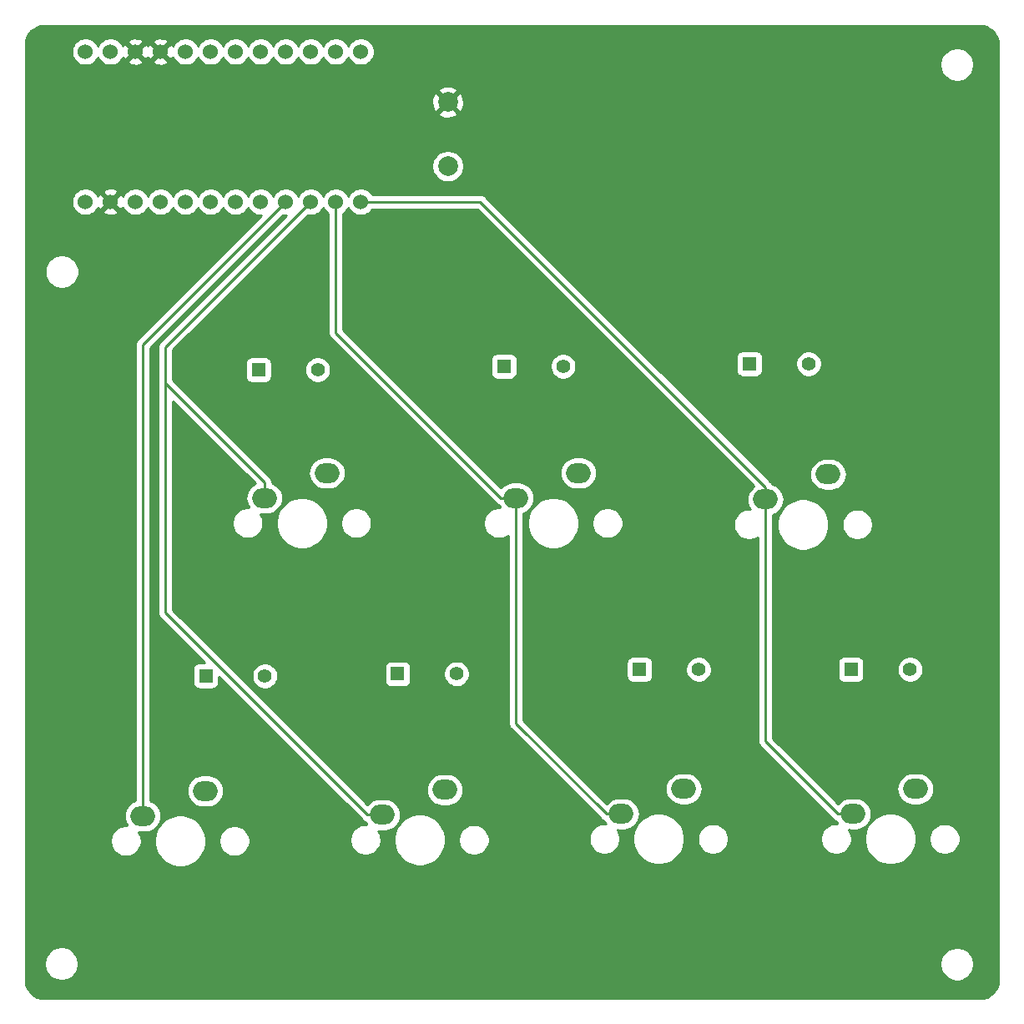
<source format=gbr>
G04 #@! TF.GenerationSoftware,KiCad,Pcbnew,(5.1.5-0-10_14)*
G04 #@! TF.CreationDate,2019-12-18T14:27:56+09:00*
G04 #@! TF.ProjectId,my_keybov2,6d795f6b-6579-4626-9f76-322e6b696361,rev?*
G04 #@! TF.SameCoordinates,Original*
G04 #@! TF.FileFunction,Copper,L2,Bot*
G04 #@! TF.FilePolarity,Positive*
%FSLAX46Y46*%
G04 Gerber Fmt 4.6, Leading zero omitted, Abs format (unit mm)*
G04 Created by KiCad (PCBNEW (5.1.5-0-10_14)) date 2019-12-18 14:27:56*
%MOMM*%
%LPD*%
G04 APERTURE LIST*
%ADD10R,1.397000X1.397000*%
%ADD11C,1.397000*%
%ADD12C,2.000000*%
%ADD13O,2.500000X2.000000*%
%ADD14C,1.524000*%
%ADD15C,0.250000*%
%ADD16C,0.254000*%
G04 APERTURE END LIST*
D10*
X91850000Y-82300000D03*
D11*
X97850000Y-82300000D03*
D10*
X116750000Y-81950000D03*
D11*
X122750000Y-81950000D03*
D10*
X141650000Y-81700000D03*
D11*
X147650000Y-81700000D03*
D10*
X86500000Y-113350000D03*
D11*
X92500000Y-113350000D03*
X111950000Y-113150000D03*
D10*
X105950000Y-113150000D03*
D11*
X136500000Y-112700000D03*
D10*
X130500000Y-112700000D03*
D11*
X157950000Y-112700000D03*
D10*
X151950000Y-112700000D03*
D12*
X111050000Y-61650000D03*
X111050000Y-55150000D03*
D13*
X98790000Y-92770000D03*
X92440000Y-95310000D03*
X124290000Y-92770000D03*
X117940000Y-95310000D03*
X149640000Y-92920000D03*
X143290000Y-95460000D03*
X86440000Y-125020000D03*
X80090000Y-127560000D03*
X104390000Y-127460000D03*
X110740000Y-124920000D03*
X128640000Y-127360000D03*
X134990000Y-124820000D03*
X152140000Y-127360000D03*
X158490000Y-124820000D03*
D14*
X74272000Y-50038600D03*
X76812000Y-50038600D03*
X79352000Y-50038600D03*
X81892000Y-50038600D03*
X84432000Y-50038600D03*
X86972000Y-50038600D03*
X89512000Y-50038600D03*
X92052000Y-50038600D03*
X94592000Y-50038600D03*
X97132000Y-50038600D03*
X99672000Y-50038600D03*
X102212000Y-50038600D03*
X102212000Y-65258600D03*
X99672000Y-65258600D03*
X97132000Y-65258600D03*
X94592000Y-65258600D03*
X92052000Y-65258600D03*
X89512000Y-65258600D03*
X86972000Y-65258600D03*
X84432000Y-65258600D03*
X81892000Y-65258600D03*
X79352000Y-65258600D03*
X76812000Y-65258600D03*
X74272000Y-65258600D03*
D15*
X97132000Y-65258600D02*
X82400000Y-79990600D01*
X92440000Y-93690000D02*
X92440000Y-95310000D01*
X82400000Y-83650000D02*
X92440000Y-93690000D01*
X82400000Y-79990600D02*
X82400000Y-83450000D01*
X82400000Y-83450000D02*
X82400000Y-83650000D01*
X102890000Y-127460000D02*
X104390000Y-127460000D01*
X82400000Y-106970000D02*
X102890000Y-127460000D01*
X82400000Y-83450000D02*
X82400000Y-106970000D01*
X116440000Y-95310000D02*
X117940000Y-95310000D01*
X99672000Y-78542000D02*
X116440000Y-95310000D01*
X99672000Y-65258600D02*
X99672000Y-78542000D01*
X127140000Y-127360000D02*
X128640000Y-127360000D01*
X117940000Y-118160000D02*
X127140000Y-127360000D01*
X117940000Y-95310000D02*
X117940000Y-118160000D01*
X143290000Y-94210000D02*
X143290000Y-95460000D01*
X114338600Y-65258600D02*
X143290000Y-94210000D01*
X102212000Y-65258600D02*
X114338600Y-65258600D01*
X150640000Y-127360000D02*
X152140000Y-127360000D01*
X143290000Y-120010000D02*
X150640000Y-127360000D01*
X143290000Y-95460000D02*
X143290000Y-120010000D01*
X80090000Y-79760600D02*
X80090000Y-127560000D01*
X94592000Y-65258600D02*
X80090000Y-79760600D01*
D16*
G36*
X165388545Y-47434909D02*
G01*
X165739208Y-47540780D01*
X166062625Y-47712744D01*
X166346484Y-47944254D01*
X166579965Y-48226486D01*
X166754183Y-48548695D01*
X166862502Y-48898614D01*
X166904001Y-49293452D01*
X166904000Y-144163721D01*
X166865091Y-144560545D01*
X166759220Y-144911206D01*
X166587257Y-145234623D01*
X166355748Y-145518482D01*
X166073514Y-145751965D01*
X165751304Y-145926184D01*
X165401385Y-146034502D01*
X165006557Y-146076000D01*
X70136279Y-146076000D01*
X69739455Y-146037091D01*
X69388794Y-145931220D01*
X69065377Y-145759257D01*
X68781518Y-145527748D01*
X68548035Y-145245514D01*
X68373816Y-144923304D01*
X68265498Y-144573385D01*
X68224000Y-144178557D01*
X68224000Y-142379117D01*
X70115000Y-142379117D01*
X70115000Y-142720883D01*
X70181675Y-143056081D01*
X70312463Y-143371831D01*
X70502337Y-143655998D01*
X70744002Y-143897663D01*
X71028169Y-144087537D01*
X71343919Y-144218325D01*
X71679117Y-144285000D01*
X72020883Y-144285000D01*
X72356081Y-144218325D01*
X72671831Y-144087537D01*
X72955998Y-143897663D01*
X73197663Y-143655998D01*
X73387537Y-143371831D01*
X73518325Y-143056081D01*
X73585000Y-142720883D01*
X73585000Y-142429117D01*
X160965000Y-142429117D01*
X160965000Y-142770883D01*
X161031675Y-143106081D01*
X161162463Y-143421831D01*
X161352337Y-143705998D01*
X161594002Y-143947663D01*
X161878169Y-144137537D01*
X162193919Y-144268325D01*
X162529117Y-144335000D01*
X162870883Y-144335000D01*
X163206081Y-144268325D01*
X163521831Y-144137537D01*
X163805998Y-143947663D01*
X164047663Y-143705998D01*
X164237537Y-143421831D01*
X164368325Y-143106081D01*
X164435000Y-142770883D01*
X164435000Y-142429117D01*
X164368325Y-142093919D01*
X164237537Y-141778169D01*
X164047663Y-141494002D01*
X163805998Y-141252337D01*
X163521831Y-141062463D01*
X163206081Y-140931675D01*
X162870883Y-140865000D01*
X162529117Y-140865000D01*
X162193919Y-140931675D01*
X161878169Y-141062463D01*
X161594002Y-141252337D01*
X161352337Y-141494002D01*
X161162463Y-141778169D01*
X161031675Y-142093919D01*
X160965000Y-142429117D01*
X73585000Y-142429117D01*
X73585000Y-142379117D01*
X73518325Y-142043919D01*
X73387537Y-141728169D01*
X73197663Y-141444002D01*
X72955998Y-141202337D01*
X72671831Y-141012463D01*
X72356081Y-140881675D01*
X72020883Y-140815000D01*
X71679117Y-140815000D01*
X71343919Y-140881675D01*
X71028169Y-141012463D01*
X70744002Y-141202337D01*
X70502337Y-141444002D01*
X70312463Y-141728169D01*
X70181675Y-142043919D01*
X70115000Y-142379117D01*
X68224000Y-142379117D01*
X68224000Y-129943891D01*
X76815000Y-129943891D01*
X76815000Y-130256109D01*
X76875911Y-130562327D01*
X76995391Y-130850779D01*
X77168850Y-131110379D01*
X77389621Y-131331150D01*
X77649221Y-131504609D01*
X77937673Y-131624089D01*
X78243891Y-131685000D01*
X78556109Y-131685000D01*
X78862327Y-131624089D01*
X79150779Y-131504609D01*
X79410379Y-131331150D01*
X79631150Y-131110379D01*
X79804609Y-130850779D01*
X79924089Y-130562327D01*
X79985000Y-130256109D01*
X79985000Y-129943891D01*
X79964430Y-129840475D01*
X81265000Y-129840475D01*
X81265000Y-130359525D01*
X81366261Y-130868601D01*
X81564893Y-131348141D01*
X81853262Y-131779715D01*
X82220285Y-132146738D01*
X82651859Y-132435107D01*
X83131399Y-132633739D01*
X83640475Y-132735000D01*
X84159525Y-132735000D01*
X84668601Y-132633739D01*
X85148141Y-132435107D01*
X85579715Y-132146738D01*
X85946738Y-131779715D01*
X86235107Y-131348141D01*
X86433739Y-130868601D01*
X86535000Y-130359525D01*
X86535000Y-129943891D01*
X87815000Y-129943891D01*
X87815000Y-130256109D01*
X87875911Y-130562327D01*
X87995391Y-130850779D01*
X88168850Y-131110379D01*
X88389621Y-131331150D01*
X88649221Y-131504609D01*
X88937673Y-131624089D01*
X89243891Y-131685000D01*
X89556109Y-131685000D01*
X89862327Y-131624089D01*
X90150779Y-131504609D01*
X90410379Y-131331150D01*
X90631150Y-131110379D01*
X90804609Y-130850779D01*
X90924089Y-130562327D01*
X90985000Y-130256109D01*
X90985000Y-129943891D01*
X90924089Y-129637673D01*
X90804609Y-129349221D01*
X90631150Y-129089621D01*
X90410379Y-128868850D01*
X90150779Y-128695391D01*
X89862327Y-128575911D01*
X89556109Y-128515000D01*
X89243891Y-128515000D01*
X88937673Y-128575911D01*
X88649221Y-128695391D01*
X88389621Y-128868850D01*
X88168850Y-129089621D01*
X87995391Y-129349221D01*
X87875911Y-129637673D01*
X87815000Y-129943891D01*
X86535000Y-129943891D01*
X86535000Y-129840475D01*
X86433739Y-129331399D01*
X86235107Y-128851859D01*
X85946738Y-128420285D01*
X85579715Y-128053262D01*
X85148141Y-127764893D01*
X84668601Y-127566261D01*
X84159525Y-127465000D01*
X83640475Y-127465000D01*
X83131399Y-127566261D01*
X82651859Y-127764893D01*
X82220285Y-128053262D01*
X81853262Y-128420285D01*
X81564893Y-128851859D01*
X81366261Y-129331399D01*
X81265000Y-129840475D01*
X79964430Y-129840475D01*
X79924089Y-129637673D01*
X79804609Y-129349221D01*
X79697468Y-129188873D01*
X79759678Y-129195000D01*
X80420322Y-129195000D01*
X80660516Y-129171343D01*
X80968715Y-129077852D01*
X81252752Y-128926031D01*
X81501714Y-128721714D01*
X81706031Y-128472752D01*
X81857852Y-128188715D01*
X81951343Y-127880516D01*
X81982911Y-127560000D01*
X81951343Y-127239484D01*
X81857852Y-126931285D01*
X81706031Y-126647248D01*
X81501714Y-126398286D01*
X81252752Y-126193969D01*
X80968715Y-126042148D01*
X80850000Y-126006136D01*
X80850000Y-125020000D01*
X84547089Y-125020000D01*
X84578657Y-125340516D01*
X84672148Y-125648715D01*
X84823969Y-125932752D01*
X85028286Y-126181714D01*
X85277248Y-126386031D01*
X85561285Y-126537852D01*
X85869484Y-126631343D01*
X86109678Y-126655000D01*
X86770322Y-126655000D01*
X87010516Y-126631343D01*
X87318715Y-126537852D01*
X87602752Y-126386031D01*
X87851714Y-126181714D01*
X88056031Y-125932752D01*
X88207852Y-125648715D01*
X88301343Y-125340516D01*
X88332911Y-125020000D01*
X88301343Y-124699484D01*
X88207852Y-124391285D01*
X88056031Y-124107248D01*
X87851714Y-123858286D01*
X87602752Y-123653969D01*
X87318715Y-123502148D01*
X87010516Y-123408657D01*
X86770322Y-123385000D01*
X86109678Y-123385000D01*
X85869484Y-123408657D01*
X85561285Y-123502148D01*
X85277248Y-123653969D01*
X85028286Y-123858286D01*
X84823969Y-124107248D01*
X84672148Y-124391285D01*
X84578657Y-124699484D01*
X84547089Y-125020000D01*
X80850000Y-125020000D01*
X80850000Y-80075401D01*
X94300430Y-66624972D01*
X94454408Y-66655600D01*
X94660198Y-66655600D01*
X81889003Y-79426796D01*
X81859999Y-79450599D01*
X81804871Y-79517774D01*
X81765026Y-79566324D01*
X81694455Y-79698353D01*
X81694454Y-79698354D01*
X81650997Y-79841615D01*
X81640000Y-79953268D01*
X81640000Y-79953278D01*
X81636324Y-79990600D01*
X81640000Y-80027923D01*
X81640001Y-83412658D01*
X81640000Y-83412668D01*
X81640000Y-83612678D01*
X81636324Y-83650000D01*
X81640000Y-83687323D01*
X81640001Y-106932667D01*
X81636324Y-106970000D01*
X81650998Y-107118985D01*
X81694454Y-107262246D01*
X81765026Y-107394276D01*
X81836201Y-107481002D01*
X81860000Y-107510001D01*
X81888998Y-107533799D01*
X86368627Y-112013428D01*
X85801500Y-112013428D01*
X85677018Y-112025688D01*
X85557320Y-112061998D01*
X85447006Y-112120963D01*
X85350315Y-112200315D01*
X85270963Y-112297006D01*
X85211998Y-112407320D01*
X85175688Y-112527018D01*
X85163428Y-112651500D01*
X85163428Y-114048500D01*
X85175688Y-114172982D01*
X85211998Y-114292680D01*
X85270963Y-114402994D01*
X85350315Y-114499685D01*
X85447006Y-114579037D01*
X85557320Y-114638002D01*
X85677018Y-114674312D01*
X85801500Y-114686572D01*
X87198500Y-114686572D01*
X87322982Y-114674312D01*
X87442680Y-114638002D01*
X87552994Y-114579037D01*
X87649685Y-114499685D01*
X87729037Y-114402994D01*
X87788002Y-114292680D01*
X87824312Y-114172982D01*
X87836572Y-114048500D01*
X87836572Y-113481373D01*
X102326201Y-127971003D01*
X102349999Y-128000001D01*
X102378997Y-128023799D01*
X102465723Y-128094974D01*
X102597753Y-128165546D01*
X102675883Y-128189246D01*
X102773969Y-128372752D01*
X102808641Y-128415000D01*
X102543891Y-128415000D01*
X102237673Y-128475911D01*
X101949221Y-128595391D01*
X101689621Y-128768850D01*
X101468850Y-128989621D01*
X101295391Y-129249221D01*
X101175911Y-129537673D01*
X101115000Y-129843891D01*
X101115000Y-130156109D01*
X101175911Y-130462327D01*
X101295391Y-130750779D01*
X101468850Y-131010379D01*
X101689621Y-131231150D01*
X101949221Y-131404609D01*
X102237673Y-131524089D01*
X102543891Y-131585000D01*
X102856109Y-131585000D01*
X103162327Y-131524089D01*
X103450779Y-131404609D01*
X103710379Y-131231150D01*
X103931150Y-131010379D01*
X104104609Y-130750779D01*
X104224089Y-130462327D01*
X104285000Y-130156109D01*
X104285000Y-129843891D01*
X104264430Y-129740475D01*
X105565000Y-129740475D01*
X105565000Y-130259525D01*
X105666261Y-130768601D01*
X105864893Y-131248141D01*
X106153262Y-131679715D01*
X106520285Y-132046738D01*
X106951859Y-132335107D01*
X107431399Y-132533739D01*
X107940475Y-132635000D01*
X108459525Y-132635000D01*
X108968601Y-132533739D01*
X109448141Y-132335107D01*
X109879715Y-132046738D01*
X110246738Y-131679715D01*
X110535107Y-131248141D01*
X110733739Y-130768601D01*
X110835000Y-130259525D01*
X110835000Y-129843891D01*
X112115000Y-129843891D01*
X112115000Y-130156109D01*
X112175911Y-130462327D01*
X112295391Y-130750779D01*
X112468850Y-131010379D01*
X112689621Y-131231150D01*
X112949221Y-131404609D01*
X113237673Y-131524089D01*
X113543891Y-131585000D01*
X113856109Y-131585000D01*
X114162327Y-131524089D01*
X114450779Y-131404609D01*
X114710379Y-131231150D01*
X114931150Y-131010379D01*
X115104609Y-130750779D01*
X115224089Y-130462327D01*
X115285000Y-130156109D01*
X115285000Y-129843891D01*
X115224089Y-129537673D01*
X115104609Y-129249221D01*
X114931150Y-128989621D01*
X114710379Y-128768850D01*
X114450779Y-128595391D01*
X114162327Y-128475911D01*
X113856109Y-128415000D01*
X113543891Y-128415000D01*
X113237673Y-128475911D01*
X112949221Y-128595391D01*
X112689621Y-128768850D01*
X112468850Y-128989621D01*
X112295391Y-129249221D01*
X112175911Y-129537673D01*
X112115000Y-129843891D01*
X110835000Y-129843891D01*
X110835000Y-129740475D01*
X110733739Y-129231399D01*
X110535107Y-128751859D01*
X110246738Y-128320285D01*
X109879715Y-127953262D01*
X109448141Y-127664893D01*
X108968601Y-127466261D01*
X108459525Y-127365000D01*
X107940475Y-127365000D01*
X107431399Y-127466261D01*
X106951859Y-127664893D01*
X106520285Y-127953262D01*
X106153262Y-128320285D01*
X105864893Y-128751859D01*
X105666261Y-129231399D01*
X105565000Y-129740475D01*
X104264430Y-129740475D01*
X104224089Y-129537673D01*
X104104609Y-129249221D01*
X103997468Y-129088873D01*
X104059678Y-129095000D01*
X104720322Y-129095000D01*
X104960516Y-129071343D01*
X105268715Y-128977852D01*
X105552752Y-128826031D01*
X105801714Y-128621714D01*
X106006031Y-128372752D01*
X106157852Y-128088715D01*
X106251343Y-127780516D01*
X106282911Y-127460000D01*
X106251343Y-127139484D01*
X106157852Y-126831285D01*
X106006031Y-126547248D01*
X105801714Y-126298286D01*
X105552752Y-126093969D01*
X105268715Y-125942148D01*
X104960516Y-125848657D01*
X104720322Y-125825000D01*
X104059678Y-125825000D01*
X103819484Y-125848657D01*
X103511285Y-125942148D01*
X103227248Y-126093969D01*
X102978286Y-126298286D01*
X102899315Y-126394513D01*
X101424802Y-124920000D01*
X108847089Y-124920000D01*
X108878657Y-125240516D01*
X108972148Y-125548715D01*
X109123969Y-125832752D01*
X109328286Y-126081714D01*
X109577248Y-126286031D01*
X109861285Y-126437852D01*
X110169484Y-126531343D01*
X110409678Y-126555000D01*
X111070322Y-126555000D01*
X111310516Y-126531343D01*
X111618715Y-126437852D01*
X111902752Y-126286031D01*
X112151714Y-126081714D01*
X112356031Y-125832752D01*
X112507852Y-125548715D01*
X112601343Y-125240516D01*
X112632911Y-124920000D01*
X112601343Y-124599484D01*
X112507852Y-124291285D01*
X112356031Y-124007248D01*
X112151714Y-123758286D01*
X111902752Y-123553969D01*
X111618715Y-123402148D01*
X111310516Y-123308657D01*
X111070322Y-123285000D01*
X110409678Y-123285000D01*
X110169484Y-123308657D01*
X109861285Y-123402148D01*
X109577248Y-123553969D01*
X109328286Y-123758286D01*
X109123969Y-124007248D01*
X108972148Y-124291285D01*
X108878657Y-124599484D01*
X108847089Y-124920000D01*
X101424802Y-124920000D01*
X89723464Y-113218662D01*
X91166500Y-113218662D01*
X91166500Y-113481338D01*
X91217746Y-113738968D01*
X91318268Y-113981649D01*
X91464203Y-114200057D01*
X91649943Y-114385797D01*
X91868351Y-114531732D01*
X92111032Y-114632254D01*
X92368662Y-114683500D01*
X92631338Y-114683500D01*
X92888968Y-114632254D01*
X93131649Y-114531732D01*
X93350057Y-114385797D01*
X93535797Y-114200057D01*
X93681732Y-113981649D01*
X93782254Y-113738968D01*
X93833500Y-113481338D01*
X93833500Y-113218662D01*
X93782254Y-112961032D01*
X93681732Y-112718351D01*
X93535797Y-112499943D01*
X93487354Y-112451500D01*
X104613428Y-112451500D01*
X104613428Y-113848500D01*
X104625688Y-113972982D01*
X104661998Y-114092680D01*
X104720963Y-114202994D01*
X104800315Y-114299685D01*
X104897006Y-114379037D01*
X105007320Y-114438002D01*
X105127018Y-114474312D01*
X105251500Y-114486572D01*
X106648500Y-114486572D01*
X106772982Y-114474312D01*
X106892680Y-114438002D01*
X107002994Y-114379037D01*
X107099685Y-114299685D01*
X107179037Y-114202994D01*
X107238002Y-114092680D01*
X107274312Y-113972982D01*
X107286572Y-113848500D01*
X107286572Y-113018662D01*
X110616500Y-113018662D01*
X110616500Y-113281338D01*
X110667746Y-113538968D01*
X110768268Y-113781649D01*
X110914203Y-114000057D01*
X111099943Y-114185797D01*
X111318351Y-114331732D01*
X111561032Y-114432254D01*
X111818662Y-114483500D01*
X112081338Y-114483500D01*
X112338968Y-114432254D01*
X112581649Y-114331732D01*
X112800057Y-114185797D01*
X112985797Y-114000057D01*
X113131732Y-113781649D01*
X113232254Y-113538968D01*
X113283500Y-113281338D01*
X113283500Y-113018662D01*
X113232254Y-112761032D01*
X113131732Y-112518351D01*
X112985797Y-112299943D01*
X112800057Y-112114203D01*
X112581649Y-111968268D01*
X112338968Y-111867746D01*
X112081338Y-111816500D01*
X111818662Y-111816500D01*
X111561032Y-111867746D01*
X111318351Y-111968268D01*
X111099943Y-112114203D01*
X110914203Y-112299943D01*
X110768268Y-112518351D01*
X110667746Y-112761032D01*
X110616500Y-113018662D01*
X107286572Y-113018662D01*
X107286572Y-112451500D01*
X107274312Y-112327018D01*
X107238002Y-112207320D01*
X107179037Y-112097006D01*
X107099685Y-112000315D01*
X107002994Y-111920963D01*
X106892680Y-111861998D01*
X106772982Y-111825688D01*
X106648500Y-111813428D01*
X105251500Y-111813428D01*
X105127018Y-111825688D01*
X105007320Y-111861998D01*
X104897006Y-111920963D01*
X104800315Y-112000315D01*
X104720963Y-112097006D01*
X104661998Y-112207320D01*
X104625688Y-112327018D01*
X104613428Y-112451500D01*
X93487354Y-112451500D01*
X93350057Y-112314203D01*
X93131649Y-112168268D01*
X92888968Y-112067746D01*
X92631338Y-112016500D01*
X92368662Y-112016500D01*
X92111032Y-112067746D01*
X91868351Y-112168268D01*
X91649943Y-112314203D01*
X91464203Y-112499943D01*
X91318268Y-112718351D01*
X91217746Y-112961032D01*
X91166500Y-113218662D01*
X89723464Y-113218662D01*
X83160000Y-106655199D01*
X83160000Y-85484801D01*
X91500067Y-93824869D01*
X91277248Y-93943969D01*
X91028286Y-94148286D01*
X90823969Y-94397248D01*
X90672148Y-94681285D01*
X90578657Y-94989484D01*
X90547089Y-95310000D01*
X90578657Y-95630516D01*
X90672148Y-95938715D01*
X90823969Y-96222752D01*
X90858641Y-96265000D01*
X90593891Y-96265000D01*
X90287673Y-96325911D01*
X89999221Y-96445391D01*
X89739621Y-96618850D01*
X89518850Y-96839621D01*
X89345391Y-97099221D01*
X89225911Y-97387673D01*
X89165000Y-97693891D01*
X89165000Y-98006109D01*
X89225911Y-98312327D01*
X89345391Y-98600779D01*
X89518850Y-98860379D01*
X89739621Y-99081150D01*
X89999221Y-99254609D01*
X90287673Y-99374089D01*
X90593891Y-99435000D01*
X90906109Y-99435000D01*
X91212327Y-99374089D01*
X91500779Y-99254609D01*
X91760379Y-99081150D01*
X91981150Y-98860379D01*
X92154609Y-98600779D01*
X92274089Y-98312327D01*
X92335000Y-98006109D01*
X92335000Y-97693891D01*
X92314430Y-97590475D01*
X93615000Y-97590475D01*
X93615000Y-98109525D01*
X93716261Y-98618601D01*
X93914893Y-99098141D01*
X94203262Y-99529715D01*
X94570285Y-99896738D01*
X95001859Y-100185107D01*
X95481399Y-100383739D01*
X95990475Y-100485000D01*
X96509525Y-100485000D01*
X97018601Y-100383739D01*
X97498141Y-100185107D01*
X97929715Y-99896738D01*
X98296738Y-99529715D01*
X98585107Y-99098141D01*
X98783739Y-98618601D01*
X98885000Y-98109525D01*
X98885000Y-97693891D01*
X100165000Y-97693891D01*
X100165000Y-98006109D01*
X100225911Y-98312327D01*
X100345391Y-98600779D01*
X100518850Y-98860379D01*
X100739621Y-99081150D01*
X100999221Y-99254609D01*
X101287673Y-99374089D01*
X101593891Y-99435000D01*
X101906109Y-99435000D01*
X102212327Y-99374089D01*
X102500779Y-99254609D01*
X102760379Y-99081150D01*
X102981150Y-98860379D01*
X103154609Y-98600779D01*
X103274089Y-98312327D01*
X103335000Y-98006109D01*
X103335000Y-97693891D01*
X103274089Y-97387673D01*
X103154609Y-97099221D01*
X102981150Y-96839621D01*
X102760379Y-96618850D01*
X102500779Y-96445391D01*
X102212327Y-96325911D01*
X101906109Y-96265000D01*
X101593891Y-96265000D01*
X101287673Y-96325911D01*
X100999221Y-96445391D01*
X100739621Y-96618850D01*
X100518850Y-96839621D01*
X100345391Y-97099221D01*
X100225911Y-97387673D01*
X100165000Y-97693891D01*
X98885000Y-97693891D01*
X98885000Y-97590475D01*
X98783739Y-97081399D01*
X98585107Y-96601859D01*
X98296738Y-96170285D01*
X97929715Y-95803262D01*
X97498141Y-95514893D01*
X97018601Y-95316261D01*
X96509525Y-95215000D01*
X95990475Y-95215000D01*
X95481399Y-95316261D01*
X95001859Y-95514893D01*
X94570285Y-95803262D01*
X94203262Y-96170285D01*
X93914893Y-96601859D01*
X93716261Y-97081399D01*
X93615000Y-97590475D01*
X92314430Y-97590475D01*
X92274089Y-97387673D01*
X92154609Y-97099221D01*
X92047468Y-96938873D01*
X92109678Y-96945000D01*
X92770322Y-96945000D01*
X93010516Y-96921343D01*
X93318715Y-96827852D01*
X93602752Y-96676031D01*
X93851714Y-96471714D01*
X94056031Y-96222752D01*
X94207852Y-95938715D01*
X94301343Y-95630516D01*
X94332911Y-95310000D01*
X94301343Y-94989484D01*
X94207852Y-94681285D01*
X94056031Y-94397248D01*
X93851714Y-94148286D01*
X93602752Y-93943969D01*
X93318715Y-93792148D01*
X93200000Y-93756136D01*
X93200000Y-93727322D01*
X93203676Y-93689999D01*
X93200000Y-93652676D01*
X93200000Y-93652667D01*
X93189003Y-93541014D01*
X93145546Y-93397753D01*
X93074974Y-93265724D01*
X92980001Y-93149999D01*
X92951004Y-93126202D01*
X92594802Y-92770000D01*
X96897089Y-92770000D01*
X96928657Y-93090516D01*
X97022148Y-93398715D01*
X97173969Y-93682752D01*
X97378286Y-93931714D01*
X97627248Y-94136031D01*
X97911285Y-94287852D01*
X98219484Y-94381343D01*
X98459678Y-94405000D01*
X99120322Y-94405000D01*
X99360516Y-94381343D01*
X99668715Y-94287852D01*
X99952752Y-94136031D01*
X100201714Y-93931714D01*
X100406031Y-93682752D01*
X100557852Y-93398715D01*
X100651343Y-93090516D01*
X100682911Y-92770000D01*
X100651343Y-92449484D01*
X100557852Y-92141285D01*
X100406031Y-91857248D01*
X100201714Y-91608286D01*
X99952752Y-91403969D01*
X99668715Y-91252148D01*
X99360516Y-91158657D01*
X99120322Y-91135000D01*
X98459678Y-91135000D01*
X98219484Y-91158657D01*
X97911285Y-91252148D01*
X97627248Y-91403969D01*
X97378286Y-91608286D01*
X97173969Y-91857248D01*
X97022148Y-92141285D01*
X96928657Y-92449484D01*
X96897089Y-92770000D01*
X92594802Y-92770000D01*
X83160000Y-83335199D01*
X83160000Y-81601500D01*
X90513428Y-81601500D01*
X90513428Y-82998500D01*
X90525688Y-83122982D01*
X90561998Y-83242680D01*
X90620963Y-83352994D01*
X90700315Y-83449685D01*
X90797006Y-83529037D01*
X90907320Y-83588002D01*
X91027018Y-83624312D01*
X91151500Y-83636572D01*
X92548500Y-83636572D01*
X92672982Y-83624312D01*
X92792680Y-83588002D01*
X92902994Y-83529037D01*
X92999685Y-83449685D01*
X93079037Y-83352994D01*
X93138002Y-83242680D01*
X93174312Y-83122982D01*
X93186572Y-82998500D01*
X93186572Y-82168662D01*
X96516500Y-82168662D01*
X96516500Y-82431338D01*
X96567746Y-82688968D01*
X96668268Y-82931649D01*
X96814203Y-83150057D01*
X96999943Y-83335797D01*
X97218351Y-83481732D01*
X97461032Y-83582254D01*
X97718662Y-83633500D01*
X97981338Y-83633500D01*
X98238968Y-83582254D01*
X98481649Y-83481732D01*
X98700057Y-83335797D01*
X98885797Y-83150057D01*
X99031732Y-82931649D01*
X99132254Y-82688968D01*
X99183500Y-82431338D01*
X99183500Y-82168662D01*
X99132254Y-81911032D01*
X99031732Y-81668351D01*
X98885797Y-81449943D01*
X98700057Y-81264203D01*
X98481649Y-81118268D01*
X98238968Y-81017746D01*
X97981338Y-80966500D01*
X97718662Y-80966500D01*
X97461032Y-81017746D01*
X97218351Y-81118268D01*
X96999943Y-81264203D01*
X96814203Y-81449943D01*
X96668268Y-81668351D01*
X96567746Y-81911032D01*
X96516500Y-82168662D01*
X93186572Y-82168662D01*
X93186572Y-81601500D01*
X93174312Y-81477018D01*
X93138002Y-81357320D01*
X93079037Y-81247006D01*
X92999685Y-81150315D01*
X92902994Y-81070963D01*
X92792680Y-81011998D01*
X92672982Y-80975688D01*
X92548500Y-80963428D01*
X91151500Y-80963428D01*
X91027018Y-80975688D01*
X90907320Y-81011998D01*
X90797006Y-81070963D01*
X90700315Y-81150315D01*
X90620963Y-81247006D01*
X90561998Y-81357320D01*
X90525688Y-81477018D01*
X90513428Y-81601500D01*
X83160000Y-81601500D01*
X83160000Y-80305401D01*
X96840430Y-66624972D01*
X96994408Y-66655600D01*
X97269592Y-66655600D01*
X97539490Y-66601914D01*
X97793727Y-66496605D01*
X98022535Y-66343720D01*
X98217120Y-66149135D01*
X98370005Y-65920327D01*
X98402000Y-65843085D01*
X98433995Y-65920327D01*
X98586880Y-66149135D01*
X98781465Y-66343720D01*
X98912000Y-66430941D01*
X98912001Y-78504668D01*
X98908324Y-78542000D01*
X98922998Y-78690985D01*
X98966454Y-78834246D01*
X99037026Y-78966276D01*
X99108201Y-79053002D01*
X99132000Y-79082001D01*
X99160998Y-79105799D01*
X115876201Y-95821003D01*
X115899999Y-95850001D01*
X115928997Y-95873799D01*
X116015723Y-95944974D01*
X116118671Y-96000001D01*
X116147753Y-96015546D01*
X116225883Y-96039246D01*
X116323969Y-96222752D01*
X116358641Y-96265000D01*
X116093891Y-96265000D01*
X115787673Y-96325911D01*
X115499221Y-96445391D01*
X115239621Y-96618850D01*
X115018850Y-96839621D01*
X114845391Y-97099221D01*
X114725911Y-97387673D01*
X114665000Y-97693891D01*
X114665000Y-98006109D01*
X114725911Y-98312327D01*
X114845391Y-98600779D01*
X115018850Y-98860379D01*
X115239621Y-99081150D01*
X115499221Y-99254609D01*
X115787673Y-99374089D01*
X116093891Y-99435000D01*
X116406109Y-99435000D01*
X116712327Y-99374089D01*
X117000779Y-99254609D01*
X117180000Y-99134857D01*
X117180001Y-118122667D01*
X117176324Y-118160000D01*
X117190998Y-118308985D01*
X117234454Y-118452246D01*
X117305026Y-118584276D01*
X117376201Y-118671002D01*
X117400000Y-118700001D01*
X117428998Y-118723799D01*
X126576201Y-127871003D01*
X126599999Y-127900001D01*
X126715724Y-127994974D01*
X126847753Y-128065546D01*
X126925883Y-128089246D01*
X127023969Y-128272752D01*
X127058641Y-128315000D01*
X126793891Y-128315000D01*
X126487673Y-128375911D01*
X126199221Y-128495391D01*
X125939621Y-128668850D01*
X125718850Y-128889621D01*
X125545391Y-129149221D01*
X125425911Y-129437673D01*
X125365000Y-129743891D01*
X125365000Y-130056109D01*
X125425911Y-130362327D01*
X125545391Y-130650779D01*
X125718850Y-130910379D01*
X125939621Y-131131150D01*
X126199221Y-131304609D01*
X126487673Y-131424089D01*
X126793891Y-131485000D01*
X127106109Y-131485000D01*
X127412327Y-131424089D01*
X127700779Y-131304609D01*
X127960379Y-131131150D01*
X128181150Y-130910379D01*
X128354609Y-130650779D01*
X128474089Y-130362327D01*
X128535000Y-130056109D01*
X128535000Y-129743891D01*
X128514430Y-129640475D01*
X129815000Y-129640475D01*
X129815000Y-130159525D01*
X129916261Y-130668601D01*
X130114893Y-131148141D01*
X130403262Y-131579715D01*
X130770285Y-131946738D01*
X131201859Y-132235107D01*
X131681399Y-132433739D01*
X132190475Y-132535000D01*
X132709525Y-132535000D01*
X133218601Y-132433739D01*
X133698141Y-132235107D01*
X134129715Y-131946738D01*
X134496738Y-131579715D01*
X134785107Y-131148141D01*
X134983739Y-130668601D01*
X135085000Y-130159525D01*
X135085000Y-129743891D01*
X136365000Y-129743891D01*
X136365000Y-130056109D01*
X136425911Y-130362327D01*
X136545391Y-130650779D01*
X136718850Y-130910379D01*
X136939621Y-131131150D01*
X137199221Y-131304609D01*
X137487673Y-131424089D01*
X137793891Y-131485000D01*
X138106109Y-131485000D01*
X138412327Y-131424089D01*
X138700779Y-131304609D01*
X138960379Y-131131150D01*
X139181150Y-130910379D01*
X139354609Y-130650779D01*
X139474089Y-130362327D01*
X139535000Y-130056109D01*
X139535000Y-129743891D01*
X139474089Y-129437673D01*
X139354609Y-129149221D01*
X139181150Y-128889621D01*
X138960379Y-128668850D01*
X138700779Y-128495391D01*
X138412327Y-128375911D01*
X138106109Y-128315000D01*
X137793891Y-128315000D01*
X137487673Y-128375911D01*
X137199221Y-128495391D01*
X136939621Y-128668850D01*
X136718850Y-128889621D01*
X136545391Y-129149221D01*
X136425911Y-129437673D01*
X136365000Y-129743891D01*
X135085000Y-129743891D01*
X135085000Y-129640475D01*
X134983739Y-129131399D01*
X134785107Y-128651859D01*
X134496738Y-128220285D01*
X134129715Y-127853262D01*
X133698141Y-127564893D01*
X133218601Y-127366261D01*
X132709525Y-127265000D01*
X132190475Y-127265000D01*
X131681399Y-127366261D01*
X131201859Y-127564893D01*
X130770285Y-127853262D01*
X130403262Y-128220285D01*
X130114893Y-128651859D01*
X129916261Y-129131399D01*
X129815000Y-129640475D01*
X128514430Y-129640475D01*
X128474089Y-129437673D01*
X128354609Y-129149221D01*
X128247468Y-128988873D01*
X128309678Y-128995000D01*
X128970322Y-128995000D01*
X129210516Y-128971343D01*
X129518715Y-128877852D01*
X129802752Y-128726031D01*
X130051714Y-128521714D01*
X130256031Y-128272752D01*
X130407852Y-127988715D01*
X130501343Y-127680516D01*
X130532911Y-127360000D01*
X130501343Y-127039484D01*
X130407852Y-126731285D01*
X130256031Y-126447248D01*
X130051714Y-126198286D01*
X129802752Y-125993969D01*
X129518715Y-125842148D01*
X129210516Y-125748657D01*
X128970322Y-125725000D01*
X128309678Y-125725000D01*
X128069484Y-125748657D01*
X127761285Y-125842148D01*
X127477248Y-125993969D01*
X127228286Y-126198286D01*
X127149315Y-126294513D01*
X125674802Y-124820000D01*
X133097089Y-124820000D01*
X133128657Y-125140516D01*
X133222148Y-125448715D01*
X133373969Y-125732752D01*
X133578286Y-125981714D01*
X133827248Y-126186031D01*
X134111285Y-126337852D01*
X134419484Y-126431343D01*
X134659678Y-126455000D01*
X135320322Y-126455000D01*
X135560516Y-126431343D01*
X135868715Y-126337852D01*
X136152752Y-126186031D01*
X136401714Y-125981714D01*
X136606031Y-125732752D01*
X136757852Y-125448715D01*
X136851343Y-125140516D01*
X136882911Y-124820000D01*
X136851343Y-124499484D01*
X136757852Y-124191285D01*
X136606031Y-123907248D01*
X136401714Y-123658286D01*
X136152752Y-123453969D01*
X135868715Y-123302148D01*
X135560516Y-123208657D01*
X135320322Y-123185000D01*
X134659678Y-123185000D01*
X134419484Y-123208657D01*
X134111285Y-123302148D01*
X133827248Y-123453969D01*
X133578286Y-123658286D01*
X133373969Y-123907248D01*
X133222148Y-124191285D01*
X133128657Y-124499484D01*
X133097089Y-124820000D01*
X125674802Y-124820000D01*
X118700000Y-117845199D01*
X118700000Y-112001500D01*
X129163428Y-112001500D01*
X129163428Y-113398500D01*
X129175688Y-113522982D01*
X129211998Y-113642680D01*
X129270963Y-113752994D01*
X129350315Y-113849685D01*
X129447006Y-113929037D01*
X129557320Y-113988002D01*
X129677018Y-114024312D01*
X129801500Y-114036572D01*
X131198500Y-114036572D01*
X131322982Y-114024312D01*
X131442680Y-113988002D01*
X131552994Y-113929037D01*
X131649685Y-113849685D01*
X131729037Y-113752994D01*
X131788002Y-113642680D01*
X131824312Y-113522982D01*
X131836572Y-113398500D01*
X131836572Y-112568662D01*
X135166500Y-112568662D01*
X135166500Y-112831338D01*
X135217746Y-113088968D01*
X135318268Y-113331649D01*
X135464203Y-113550057D01*
X135649943Y-113735797D01*
X135868351Y-113881732D01*
X136111032Y-113982254D01*
X136368662Y-114033500D01*
X136631338Y-114033500D01*
X136888968Y-113982254D01*
X137131649Y-113881732D01*
X137350057Y-113735797D01*
X137535797Y-113550057D01*
X137681732Y-113331649D01*
X137782254Y-113088968D01*
X137833500Y-112831338D01*
X137833500Y-112568662D01*
X137782254Y-112311032D01*
X137681732Y-112068351D01*
X137535797Y-111849943D01*
X137350057Y-111664203D01*
X137131649Y-111518268D01*
X136888968Y-111417746D01*
X136631338Y-111366500D01*
X136368662Y-111366500D01*
X136111032Y-111417746D01*
X135868351Y-111518268D01*
X135649943Y-111664203D01*
X135464203Y-111849943D01*
X135318268Y-112068351D01*
X135217746Y-112311032D01*
X135166500Y-112568662D01*
X131836572Y-112568662D01*
X131836572Y-112001500D01*
X131824312Y-111877018D01*
X131788002Y-111757320D01*
X131729037Y-111647006D01*
X131649685Y-111550315D01*
X131552994Y-111470963D01*
X131442680Y-111411998D01*
X131322982Y-111375688D01*
X131198500Y-111363428D01*
X129801500Y-111363428D01*
X129677018Y-111375688D01*
X129557320Y-111411998D01*
X129447006Y-111470963D01*
X129350315Y-111550315D01*
X129270963Y-111647006D01*
X129211998Y-111757320D01*
X129175688Y-111877018D01*
X129163428Y-112001500D01*
X118700000Y-112001500D01*
X118700000Y-97590475D01*
X119115000Y-97590475D01*
X119115000Y-98109525D01*
X119216261Y-98618601D01*
X119414893Y-99098141D01*
X119703262Y-99529715D01*
X120070285Y-99896738D01*
X120501859Y-100185107D01*
X120981399Y-100383739D01*
X121490475Y-100485000D01*
X122009525Y-100485000D01*
X122518601Y-100383739D01*
X122998141Y-100185107D01*
X123429715Y-99896738D01*
X123796738Y-99529715D01*
X124085107Y-99098141D01*
X124283739Y-98618601D01*
X124385000Y-98109525D01*
X124385000Y-97693891D01*
X125665000Y-97693891D01*
X125665000Y-98006109D01*
X125725911Y-98312327D01*
X125845391Y-98600779D01*
X126018850Y-98860379D01*
X126239621Y-99081150D01*
X126499221Y-99254609D01*
X126787673Y-99374089D01*
X127093891Y-99435000D01*
X127406109Y-99435000D01*
X127712327Y-99374089D01*
X128000779Y-99254609D01*
X128260379Y-99081150D01*
X128481150Y-98860379D01*
X128654609Y-98600779D01*
X128774089Y-98312327D01*
X128835000Y-98006109D01*
X128835000Y-97693891D01*
X128774089Y-97387673D01*
X128654609Y-97099221D01*
X128481150Y-96839621D01*
X128260379Y-96618850D01*
X128000779Y-96445391D01*
X127712327Y-96325911D01*
X127406109Y-96265000D01*
X127093891Y-96265000D01*
X126787673Y-96325911D01*
X126499221Y-96445391D01*
X126239621Y-96618850D01*
X126018850Y-96839621D01*
X125845391Y-97099221D01*
X125725911Y-97387673D01*
X125665000Y-97693891D01*
X124385000Y-97693891D01*
X124385000Y-97590475D01*
X124283739Y-97081399D01*
X124085107Y-96601859D01*
X123796738Y-96170285D01*
X123429715Y-95803262D01*
X122998141Y-95514893D01*
X122518601Y-95316261D01*
X122009525Y-95215000D01*
X121490475Y-95215000D01*
X120981399Y-95316261D01*
X120501859Y-95514893D01*
X120070285Y-95803262D01*
X119703262Y-96170285D01*
X119414893Y-96601859D01*
X119216261Y-97081399D01*
X119115000Y-97590475D01*
X118700000Y-97590475D01*
X118700000Y-96863864D01*
X118818715Y-96827852D01*
X119102752Y-96676031D01*
X119351714Y-96471714D01*
X119556031Y-96222752D01*
X119707852Y-95938715D01*
X119801343Y-95630516D01*
X119832911Y-95310000D01*
X119801343Y-94989484D01*
X119707852Y-94681285D01*
X119556031Y-94397248D01*
X119351714Y-94148286D01*
X119102752Y-93943969D01*
X118818715Y-93792148D01*
X118510516Y-93698657D01*
X118270322Y-93675000D01*
X117609678Y-93675000D01*
X117369484Y-93698657D01*
X117061285Y-93792148D01*
X116777248Y-93943969D01*
X116528286Y-94148286D01*
X116449315Y-94244513D01*
X114974802Y-92770000D01*
X122397089Y-92770000D01*
X122428657Y-93090516D01*
X122522148Y-93398715D01*
X122673969Y-93682752D01*
X122878286Y-93931714D01*
X123127248Y-94136031D01*
X123411285Y-94287852D01*
X123719484Y-94381343D01*
X123959678Y-94405000D01*
X124620322Y-94405000D01*
X124860516Y-94381343D01*
X125168715Y-94287852D01*
X125452752Y-94136031D01*
X125701714Y-93931714D01*
X125906031Y-93682752D01*
X126057852Y-93398715D01*
X126151343Y-93090516D01*
X126182911Y-92770000D01*
X126151343Y-92449484D01*
X126057852Y-92141285D01*
X125906031Y-91857248D01*
X125701714Y-91608286D01*
X125452752Y-91403969D01*
X125168715Y-91252148D01*
X124860516Y-91158657D01*
X124620322Y-91135000D01*
X123959678Y-91135000D01*
X123719484Y-91158657D01*
X123411285Y-91252148D01*
X123127248Y-91403969D01*
X122878286Y-91608286D01*
X122673969Y-91857248D01*
X122522148Y-92141285D01*
X122428657Y-92449484D01*
X122397089Y-92770000D01*
X114974802Y-92770000D01*
X103456302Y-81251500D01*
X115413428Y-81251500D01*
X115413428Y-82648500D01*
X115425688Y-82772982D01*
X115461998Y-82892680D01*
X115520963Y-83002994D01*
X115600315Y-83099685D01*
X115697006Y-83179037D01*
X115807320Y-83238002D01*
X115927018Y-83274312D01*
X116051500Y-83286572D01*
X117448500Y-83286572D01*
X117572982Y-83274312D01*
X117692680Y-83238002D01*
X117802994Y-83179037D01*
X117899685Y-83099685D01*
X117979037Y-83002994D01*
X118038002Y-82892680D01*
X118074312Y-82772982D01*
X118086572Y-82648500D01*
X118086572Y-81818662D01*
X121416500Y-81818662D01*
X121416500Y-82081338D01*
X121467746Y-82338968D01*
X121568268Y-82581649D01*
X121714203Y-82800057D01*
X121899943Y-82985797D01*
X122118351Y-83131732D01*
X122361032Y-83232254D01*
X122618662Y-83283500D01*
X122881338Y-83283500D01*
X123138968Y-83232254D01*
X123381649Y-83131732D01*
X123600057Y-82985797D01*
X123785797Y-82800057D01*
X123931732Y-82581649D01*
X124032254Y-82338968D01*
X124083500Y-82081338D01*
X124083500Y-81818662D01*
X124032254Y-81561032D01*
X123931732Y-81318351D01*
X123785797Y-81099943D01*
X123600057Y-80914203D01*
X123381649Y-80768268D01*
X123138968Y-80667746D01*
X122881338Y-80616500D01*
X122618662Y-80616500D01*
X122361032Y-80667746D01*
X122118351Y-80768268D01*
X121899943Y-80914203D01*
X121714203Y-81099943D01*
X121568268Y-81318351D01*
X121467746Y-81561032D01*
X121416500Y-81818662D01*
X118086572Y-81818662D01*
X118086572Y-81251500D01*
X118074312Y-81127018D01*
X118038002Y-81007320D01*
X117979037Y-80897006D01*
X117899685Y-80800315D01*
X117802994Y-80720963D01*
X117692680Y-80661998D01*
X117572982Y-80625688D01*
X117448500Y-80613428D01*
X116051500Y-80613428D01*
X115927018Y-80625688D01*
X115807320Y-80661998D01*
X115697006Y-80720963D01*
X115600315Y-80800315D01*
X115520963Y-80897006D01*
X115461998Y-81007320D01*
X115425688Y-81127018D01*
X115413428Y-81251500D01*
X103456302Y-81251500D01*
X100432000Y-78227199D01*
X100432000Y-66430941D01*
X100562535Y-66343720D01*
X100757120Y-66149135D01*
X100910005Y-65920327D01*
X100942000Y-65843085D01*
X100973995Y-65920327D01*
X101126880Y-66149135D01*
X101321465Y-66343720D01*
X101550273Y-66496605D01*
X101804510Y-66601914D01*
X102074408Y-66655600D01*
X102349592Y-66655600D01*
X102619490Y-66601914D01*
X102873727Y-66496605D01*
X103102535Y-66343720D01*
X103297120Y-66149135D01*
X103384341Y-66018600D01*
X114023799Y-66018600D01*
X142111825Y-94106627D01*
X141878286Y-94298286D01*
X141673969Y-94547248D01*
X141522148Y-94831285D01*
X141428657Y-95139484D01*
X141397089Y-95460000D01*
X141428657Y-95780516D01*
X141522148Y-96088715D01*
X141673969Y-96372752D01*
X141708641Y-96415000D01*
X141443891Y-96415000D01*
X141137673Y-96475911D01*
X140849221Y-96595391D01*
X140589621Y-96768850D01*
X140368850Y-96989621D01*
X140195391Y-97249221D01*
X140075911Y-97537673D01*
X140015000Y-97843891D01*
X140015000Y-98156109D01*
X140075911Y-98462327D01*
X140195391Y-98750779D01*
X140368850Y-99010379D01*
X140589621Y-99231150D01*
X140849221Y-99404609D01*
X141137673Y-99524089D01*
X141443891Y-99585000D01*
X141756109Y-99585000D01*
X142062327Y-99524089D01*
X142350779Y-99404609D01*
X142530000Y-99284857D01*
X142530001Y-119972667D01*
X142526324Y-120010000D01*
X142540998Y-120158985D01*
X142584454Y-120302246D01*
X142655026Y-120434276D01*
X142726201Y-120521002D01*
X142750000Y-120550001D01*
X142778998Y-120573799D01*
X150076201Y-127871003D01*
X150099999Y-127900001D01*
X150215724Y-127994974D01*
X150347753Y-128065546D01*
X150425883Y-128089246D01*
X150523969Y-128272752D01*
X150558641Y-128315000D01*
X150293891Y-128315000D01*
X149987673Y-128375911D01*
X149699221Y-128495391D01*
X149439621Y-128668850D01*
X149218850Y-128889621D01*
X149045391Y-129149221D01*
X148925911Y-129437673D01*
X148865000Y-129743891D01*
X148865000Y-130056109D01*
X148925911Y-130362327D01*
X149045391Y-130650779D01*
X149218850Y-130910379D01*
X149439621Y-131131150D01*
X149699221Y-131304609D01*
X149987673Y-131424089D01*
X150293891Y-131485000D01*
X150606109Y-131485000D01*
X150912327Y-131424089D01*
X151200779Y-131304609D01*
X151460379Y-131131150D01*
X151681150Y-130910379D01*
X151854609Y-130650779D01*
X151974089Y-130362327D01*
X152035000Y-130056109D01*
X152035000Y-129743891D01*
X152014430Y-129640475D01*
X153315000Y-129640475D01*
X153315000Y-130159525D01*
X153416261Y-130668601D01*
X153614893Y-131148141D01*
X153903262Y-131579715D01*
X154270285Y-131946738D01*
X154701859Y-132235107D01*
X155181399Y-132433739D01*
X155690475Y-132535000D01*
X156209525Y-132535000D01*
X156718601Y-132433739D01*
X157198141Y-132235107D01*
X157629715Y-131946738D01*
X157996738Y-131579715D01*
X158285107Y-131148141D01*
X158483739Y-130668601D01*
X158585000Y-130159525D01*
X158585000Y-129743891D01*
X159865000Y-129743891D01*
X159865000Y-130056109D01*
X159925911Y-130362327D01*
X160045391Y-130650779D01*
X160218850Y-130910379D01*
X160439621Y-131131150D01*
X160699221Y-131304609D01*
X160987673Y-131424089D01*
X161293891Y-131485000D01*
X161606109Y-131485000D01*
X161912327Y-131424089D01*
X162200779Y-131304609D01*
X162460379Y-131131150D01*
X162681150Y-130910379D01*
X162854609Y-130650779D01*
X162974089Y-130362327D01*
X163035000Y-130056109D01*
X163035000Y-129743891D01*
X162974089Y-129437673D01*
X162854609Y-129149221D01*
X162681150Y-128889621D01*
X162460379Y-128668850D01*
X162200779Y-128495391D01*
X161912327Y-128375911D01*
X161606109Y-128315000D01*
X161293891Y-128315000D01*
X160987673Y-128375911D01*
X160699221Y-128495391D01*
X160439621Y-128668850D01*
X160218850Y-128889621D01*
X160045391Y-129149221D01*
X159925911Y-129437673D01*
X159865000Y-129743891D01*
X158585000Y-129743891D01*
X158585000Y-129640475D01*
X158483739Y-129131399D01*
X158285107Y-128651859D01*
X157996738Y-128220285D01*
X157629715Y-127853262D01*
X157198141Y-127564893D01*
X156718601Y-127366261D01*
X156209525Y-127265000D01*
X155690475Y-127265000D01*
X155181399Y-127366261D01*
X154701859Y-127564893D01*
X154270285Y-127853262D01*
X153903262Y-128220285D01*
X153614893Y-128651859D01*
X153416261Y-129131399D01*
X153315000Y-129640475D01*
X152014430Y-129640475D01*
X151974089Y-129437673D01*
X151854609Y-129149221D01*
X151747468Y-128988873D01*
X151809678Y-128995000D01*
X152470322Y-128995000D01*
X152710516Y-128971343D01*
X153018715Y-128877852D01*
X153302752Y-128726031D01*
X153551714Y-128521714D01*
X153756031Y-128272752D01*
X153907852Y-127988715D01*
X154001343Y-127680516D01*
X154032911Y-127360000D01*
X154001343Y-127039484D01*
X153907852Y-126731285D01*
X153756031Y-126447248D01*
X153551714Y-126198286D01*
X153302752Y-125993969D01*
X153018715Y-125842148D01*
X152710516Y-125748657D01*
X152470322Y-125725000D01*
X151809678Y-125725000D01*
X151569484Y-125748657D01*
X151261285Y-125842148D01*
X150977248Y-125993969D01*
X150728286Y-126198286D01*
X150649315Y-126294513D01*
X149174802Y-124820000D01*
X156597089Y-124820000D01*
X156628657Y-125140516D01*
X156722148Y-125448715D01*
X156873969Y-125732752D01*
X157078286Y-125981714D01*
X157327248Y-126186031D01*
X157611285Y-126337852D01*
X157919484Y-126431343D01*
X158159678Y-126455000D01*
X158820322Y-126455000D01*
X159060516Y-126431343D01*
X159368715Y-126337852D01*
X159652752Y-126186031D01*
X159901714Y-125981714D01*
X160106031Y-125732752D01*
X160257852Y-125448715D01*
X160351343Y-125140516D01*
X160382911Y-124820000D01*
X160351343Y-124499484D01*
X160257852Y-124191285D01*
X160106031Y-123907248D01*
X159901714Y-123658286D01*
X159652752Y-123453969D01*
X159368715Y-123302148D01*
X159060516Y-123208657D01*
X158820322Y-123185000D01*
X158159678Y-123185000D01*
X157919484Y-123208657D01*
X157611285Y-123302148D01*
X157327248Y-123453969D01*
X157078286Y-123658286D01*
X156873969Y-123907248D01*
X156722148Y-124191285D01*
X156628657Y-124499484D01*
X156597089Y-124820000D01*
X149174802Y-124820000D01*
X144050000Y-119695199D01*
X144050000Y-112001500D01*
X150613428Y-112001500D01*
X150613428Y-113398500D01*
X150625688Y-113522982D01*
X150661998Y-113642680D01*
X150720963Y-113752994D01*
X150800315Y-113849685D01*
X150897006Y-113929037D01*
X151007320Y-113988002D01*
X151127018Y-114024312D01*
X151251500Y-114036572D01*
X152648500Y-114036572D01*
X152772982Y-114024312D01*
X152892680Y-113988002D01*
X153002994Y-113929037D01*
X153099685Y-113849685D01*
X153179037Y-113752994D01*
X153238002Y-113642680D01*
X153274312Y-113522982D01*
X153286572Y-113398500D01*
X153286572Y-112568662D01*
X156616500Y-112568662D01*
X156616500Y-112831338D01*
X156667746Y-113088968D01*
X156768268Y-113331649D01*
X156914203Y-113550057D01*
X157099943Y-113735797D01*
X157318351Y-113881732D01*
X157561032Y-113982254D01*
X157818662Y-114033500D01*
X158081338Y-114033500D01*
X158338968Y-113982254D01*
X158581649Y-113881732D01*
X158800057Y-113735797D01*
X158985797Y-113550057D01*
X159131732Y-113331649D01*
X159232254Y-113088968D01*
X159283500Y-112831338D01*
X159283500Y-112568662D01*
X159232254Y-112311032D01*
X159131732Y-112068351D01*
X158985797Y-111849943D01*
X158800057Y-111664203D01*
X158581649Y-111518268D01*
X158338968Y-111417746D01*
X158081338Y-111366500D01*
X157818662Y-111366500D01*
X157561032Y-111417746D01*
X157318351Y-111518268D01*
X157099943Y-111664203D01*
X156914203Y-111849943D01*
X156768268Y-112068351D01*
X156667746Y-112311032D01*
X156616500Y-112568662D01*
X153286572Y-112568662D01*
X153286572Y-112001500D01*
X153274312Y-111877018D01*
X153238002Y-111757320D01*
X153179037Y-111647006D01*
X153099685Y-111550315D01*
X153002994Y-111470963D01*
X152892680Y-111411998D01*
X152772982Y-111375688D01*
X152648500Y-111363428D01*
X151251500Y-111363428D01*
X151127018Y-111375688D01*
X151007320Y-111411998D01*
X150897006Y-111470963D01*
X150800315Y-111550315D01*
X150720963Y-111647006D01*
X150661998Y-111757320D01*
X150625688Y-111877018D01*
X150613428Y-112001500D01*
X144050000Y-112001500D01*
X144050000Y-97740475D01*
X144465000Y-97740475D01*
X144465000Y-98259525D01*
X144566261Y-98768601D01*
X144764893Y-99248141D01*
X145053262Y-99679715D01*
X145420285Y-100046738D01*
X145851859Y-100335107D01*
X146331399Y-100533739D01*
X146840475Y-100635000D01*
X147359525Y-100635000D01*
X147868601Y-100533739D01*
X148348141Y-100335107D01*
X148779715Y-100046738D01*
X149146738Y-99679715D01*
X149435107Y-99248141D01*
X149633739Y-98768601D01*
X149735000Y-98259525D01*
X149735000Y-97843891D01*
X151015000Y-97843891D01*
X151015000Y-98156109D01*
X151075911Y-98462327D01*
X151195391Y-98750779D01*
X151368850Y-99010379D01*
X151589621Y-99231150D01*
X151849221Y-99404609D01*
X152137673Y-99524089D01*
X152443891Y-99585000D01*
X152756109Y-99585000D01*
X153062327Y-99524089D01*
X153350779Y-99404609D01*
X153610379Y-99231150D01*
X153831150Y-99010379D01*
X154004609Y-98750779D01*
X154124089Y-98462327D01*
X154185000Y-98156109D01*
X154185000Y-97843891D01*
X154124089Y-97537673D01*
X154004609Y-97249221D01*
X153831150Y-96989621D01*
X153610379Y-96768850D01*
X153350779Y-96595391D01*
X153062327Y-96475911D01*
X152756109Y-96415000D01*
X152443891Y-96415000D01*
X152137673Y-96475911D01*
X151849221Y-96595391D01*
X151589621Y-96768850D01*
X151368850Y-96989621D01*
X151195391Y-97249221D01*
X151075911Y-97537673D01*
X151015000Y-97843891D01*
X149735000Y-97843891D01*
X149735000Y-97740475D01*
X149633739Y-97231399D01*
X149435107Y-96751859D01*
X149146738Y-96320285D01*
X148779715Y-95953262D01*
X148348141Y-95664893D01*
X147868601Y-95466261D01*
X147359525Y-95365000D01*
X146840475Y-95365000D01*
X146331399Y-95466261D01*
X145851859Y-95664893D01*
X145420285Y-95953262D01*
X145053262Y-96320285D01*
X144764893Y-96751859D01*
X144566261Y-97231399D01*
X144465000Y-97740475D01*
X144050000Y-97740475D01*
X144050000Y-97013864D01*
X144168715Y-96977852D01*
X144452752Y-96826031D01*
X144701714Y-96621714D01*
X144906031Y-96372752D01*
X145057852Y-96088715D01*
X145151343Y-95780516D01*
X145182911Y-95460000D01*
X145151343Y-95139484D01*
X145057852Y-94831285D01*
X144906031Y-94547248D01*
X144701714Y-94298286D01*
X144452752Y-94093969D01*
X144168715Y-93942148D01*
X143977597Y-93884173D01*
X143924974Y-93785724D01*
X143853799Y-93698997D01*
X143830001Y-93669999D01*
X143801004Y-93646202D01*
X143074802Y-92920000D01*
X147747089Y-92920000D01*
X147778657Y-93240516D01*
X147872148Y-93548715D01*
X148023969Y-93832752D01*
X148228286Y-94081714D01*
X148477248Y-94286031D01*
X148761285Y-94437852D01*
X149069484Y-94531343D01*
X149309678Y-94555000D01*
X149970322Y-94555000D01*
X150210516Y-94531343D01*
X150518715Y-94437852D01*
X150802752Y-94286031D01*
X151051714Y-94081714D01*
X151256031Y-93832752D01*
X151407852Y-93548715D01*
X151501343Y-93240516D01*
X151532911Y-92920000D01*
X151501343Y-92599484D01*
X151407852Y-92291285D01*
X151256031Y-92007248D01*
X151051714Y-91758286D01*
X150802752Y-91553969D01*
X150518715Y-91402148D01*
X150210516Y-91308657D01*
X149970322Y-91285000D01*
X149309678Y-91285000D01*
X149069484Y-91308657D01*
X148761285Y-91402148D01*
X148477248Y-91553969D01*
X148228286Y-91758286D01*
X148023969Y-92007248D01*
X147872148Y-92291285D01*
X147778657Y-92599484D01*
X147747089Y-92920000D01*
X143074802Y-92920000D01*
X131156302Y-81001500D01*
X140313428Y-81001500D01*
X140313428Y-82398500D01*
X140325688Y-82522982D01*
X140361998Y-82642680D01*
X140420963Y-82752994D01*
X140500315Y-82849685D01*
X140597006Y-82929037D01*
X140707320Y-82988002D01*
X140827018Y-83024312D01*
X140951500Y-83036572D01*
X142348500Y-83036572D01*
X142472982Y-83024312D01*
X142592680Y-82988002D01*
X142702994Y-82929037D01*
X142799685Y-82849685D01*
X142879037Y-82752994D01*
X142938002Y-82642680D01*
X142974312Y-82522982D01*
X142986572Y-82398500D01*
X142986572Y-81568662D01*
X146316500Y-81568662D01*
X146316500Y-81831338D01*
X146367746Y-82088968D01*
X146468268Y-82331649D01*
X146614203Y-82550057D01*
X146799943Y-82735797D01*
X147018351Y-82881732D01*
X147261032Y-82982254D01*
X147518662Y-83033500D01*
X147781338Y-83033500D01*
X148038968Y-82982254D01*
X148281649Y-82881732D01*
X148500057Y-82735797D01*
X148685797Y-82550057D01*
X148831732Y-82331649D01*
X148932254Y-82088968D01*
X148983500Y-81831338D01*
X148983500Y-81568662D01*
X148932254Y-81311032D01*
X148831732Y-81068351D01*
X148685797Y-80849943D01*
X148500057Y-80664203D01*
X148281649Y-80518268D01*
X148038968Y-80417746D01*
X147781338Y-80366500D01*
X147518662Y-80366500D01*
X147261032Y-80417746D01*
X147018351Y-80518268D01*
X146799943Y-80664203D01*
X146614203Y-80849943D01*
X146468268Y-81068351D01*
X146367746Y-81311032D01*
X146316500Y-81568662D01*
X142986572Y-81568662D01*
X142986572Y-81001500D01*
X142974312Y-80877018D01*
X142938002Y-80757320D01*
X142879037Y-80647006D01*
X142799685Y-80550315D01*
X142702994Y-80470963D01*
X142592680Y-80411998D01*
X142472982Y-80375688D01*
X142348500Y-80363428D01*
X140951500Y-80363428D01*
X140827018Y-80375688D01*
X140707320Y-80411998D01*
X140597006Y-80470963D01*
X140500315Y-80550315D01*
X140420963Y-80647006D01*
X140361998Y-80757320D01*
X140325688Y-80877018D01*
X140313428Y-81001500D01*
X131156302Y-81001500D01*
X114902404Y-64747603D01*
X114878601Y-64718599D01*
X114762876Y-64623626D01*
X114630847Y-64553054D01*
X114487586Y-64509597D01*
X114375933Y-64498600D01*
X114375922Y-64498600D01*
X114338600Y-64494924D01*
X114301278Y-64498600D01*
X103384341Y-64498600D01*
X103297120Y-64368065D01*
X103102535Y-64173480D01*
X102873727Y-64020595D01*
X102619490Y-63915286D01*
X102349592Y-63861600D01*
X102074408Y-63861600D01*
X101804510Y-63915286D01*
X101550273Y-64020595D01*
X101321465Y-64173480D01*
X101126880Y-64368065D01*
X100973995Y-64596873D01*
X100942000Y-64674115D01*
X100910005Y-64596873D01*
X100757120Y-64368065D01*
X100562535Y-64173480D01*
X100333727Y-64020595D01*
X100079490Y-63915286D01*
X99809592Y-63861600D01*
X99534408Y-63861600D01*
X99264510Y-63915286D01*
X99010273Y-64020595D01*
X98781465Y-64173480D01*
X98586880Y-64368065D01*
X98433995Y-64596873D01*
X98402000Y-64674115D01*
X98370005Y-64596873D01*
X98217120Y-64368065D01*
X98022535Y-64173480D01*
X97793727Y-64020595D01*
X97539490Y-63915286D01*
X97269592Y-63861600D01*
X96994408Y-63861600D01*
X96724510Y-63915286D01*
X96470273Y-64020595D01*
X96241465Y-64173480D01*
X96046880Y-64368065D01*
X95893995Y-64596873D01*
X95862000Y-64674115D01*
X95830005Y-64596873D01*
X95677120Y-64368065D01*
X95482535Y-64173480D01*
X95253727Y-64020595D01*
X94999490Y-63915286D01*
X94729592Y-63861600D01*
X94454408Y-63861600D01*
X94184510Y-63915286D01*
X93930273Y-64020595D01*
X93701465Y-64173480D01*
X93506880Y-64368065D01*
X93353995Y-64596873D01*
X93322000Y-64674115D01*
X93290005Y-64596873D01*
X93137120Y-64368065D01*
X92942535Y-64173480D01*
X92713727Y-64020595D01*
X92459490Y-63915286D01*
X92189592Y-63861600D01*
X91914408Y-63861600D01*
X91644510Y-63915286D01*
X91390273Y-64020595D01*
X91161465Y-64173480D01*
X90966880Y-64368065D01*
X90813995Y-64596873D01*
X90782000Y-64674115D01*
X90750005Y-64596873D01*
X90597120Y-64368065D01*
X90402535Y-64173480D01*
X90173727Y-64020595D01*
X89919490Y-63915286D01*
X89649592Y-63861600D01*
X89374408Y-63861600D01*
X89104510Y-63915286D01*
X88850273Y-64020595D01*
X88621465Y-64173480D01*
X88426880Y-64368065D01*
X88273995Y-64596873D01*
X88242000Y-64674115D01*
X88210005Y-64596873D01*
X88057120Y-64368065D01*
X87862535Y-64173480D01*
X87633727Y-64020595D01*
X87379490Y-63915286D01*
X87109592Y-63861600D01*
X86834408Y-63861600D01*
X86564510Y-63915286D01*
X86310273Y-64020595D01*
X86081465Y-64173480D01*
X85886880Y-64368065D01*
X85733995Y-64596873D01*
X85702000Y-64674115D01*
X85670005Y-64596873D01*
X85517120Y-64368065D01*
X85322535Y-64173480D01*
X85093727Y-64020595D01*
X84839490Y-63915286D01*
X84569592Y-63861600D01*
X84294408Y-63861600D01*
X84024510Y-63915286D01*
X83770273Y-64020595D01*
X83541465Y-64173480D01*
X83346880Y-64368065D01*
X83193995Y-64596873D01*
X83162000Y-64674115D01*
X83130005Y-64596873D01*
X82977120Y-64368065D01*
X82782535Y-64173480D01*
X82553727Y-64020595D01*
X82299490Y-63915286D01*
X82029592Y-63861600D01*
X81754408Y-63861600D01*
X81484510Y-63915286D01*
X81230273Y-64020595D01*
X81001465Y-64173480D01*
X80806880Y-64368065D01*
X80653995Y-64596873D01*
X80622000Y-64674115D01*
X80590005Y-64596873D01*
X80437120Y-64368065D01*
X80242535Y-64173480D01*
X80013727Y-64020595D01*
X79759490Y-63915286D01*
X79489592Y-63861600D01*
X79214408Y-63861600D01*
X78944510Y-63915286D01*
X78690273Y-64020595D01*
X78461465Y-64173480D01*
X78266880Y-64368065D01*
X78113995Y-64596873D01*
X78084308Y-64668543D01*
X78079636Y-64655577D01*
X78017656Y-64539620D01*
X77777565Y-64472640D01*
X76991605Y-65258600D01*
X77777565Y-66044560D01*
X78017656Y-65977580D01*
X78081485Y-65841840D01*
X78113995Y-65920327D01*
X78266880Y-66149135D01*
X78461465Y-66343720D01*
X78690273Y-66496605D01*
X78944510Y-66601914D01*
X79214408Y-66655600D01*
X79489592Y-66655600D01*
X79759490Y-66601914D01*
X80013727Y-66496605D01*
X80242535Y-66343720D01*
X80437120Y-66149135D01*
X80590005Y-65920327D01*
X80622000Y-65843085D01*
X80653995Y-65920327D01*
X80806880Y-66149135D01*
X81001465Y-66343720D01*
X81230273Y-66496605D01*
X81484510Y-66601914D01*
X81754408Y-66655600D01*
X82029592Y-66655600D01*
X82299490Y-66601914D01*
X82553727Y-66496605D01*
X82782535Y-66343720D01*
X82977120Y-66149135D01*
X83130005Y-65920327D01*
X83162000Y-65843085D01*
X83193995Y-65920327D01*
X83346880Y-66149135D01*
X83541465Y-66343720D01*
X83770273Y-66496605D01*
X84024510Y-66601914D01*
X84294408Y-66655600D01*
X84569592Y-66655600D01*
X84839490Y-66601914D01*
X85093727Y-66496605D01*
X85322535Y-66343720D01*
X85517120Y-66149135D01*
X85670005Y-65920327D01*
X85702000Y-65843085D01*
X85733995Y-65920327D01*
X85886880Y-66149135D01*
X86081465Y-66343720D01*
X86310273Y-66496605D01*
X86564510Y-66601914D01*
X86834408Y-66655600D01*
X87109592Y-66655600D01*
X87379490Y-66601914D01*
X87633727Y-66496605D01*
X87862535Y-66343720D01*
X88057120Y-66149135D01*
X88210005Y-65920327D01*
X88242000Y-65843085D01*
X88273995Y-65920327D01*
X88426880Y-66149135D01*
X88621465Y-66343720D01*
X88850273Y-66496605D01*
X89104510Y-66601914D01*
X89374408Y-66655600D01*
X89649592Y-66655600D01*
X89919490Y-66601914D01*
X90173727Y-66496605D01*
X90402535Y-66343720D01*
X90597120Y-66149135D01*
X90750005Y-65920327D01*
X90782000Y-65843085D01*
X90813995Y-65920327D01*
X90966880Y-66149135D01*
X91161465Y-66343720D01*
X91390273Y-66496605D01*
X91644510Y-66601914D01*
X91914408Y-66655600D01*
X92120198Y-66655600D01*
X79579003Y-79196796D01*
X79549999Y-79220599D01*
X79497103Y-79285054D01*
X79455026Y-79336324D01*
X79444709Y-79355626D01*
X79384454Y-79468354D01*
X79340997Y-79611615D01*
X79330000Y-79723268D01*
X79330000Y-79723278D01*
X79326324Y-79760600D01*
X79330000Y-79797922D01*
X79330001Y-126006136D01*
X79211285Y-126042148D01*
X78927248Y-126193969D01*
X78678286Y-126398286D01*
X78473969Y-126647248D01*
X78322148Y-126931285D01*
X78228657Y-127239484D01*
X78197089Y-127560000D01*
X78228657Y-127880516D01*
X78322148Y-128188715D01*
X78473969Y-128472752D01*
X78508641Y-128515000D01*
X78243891Y-128515000D01*
X77937673Y-128575911D01*
X77649221Y-128695391D01*
X77389621Y-128868850D01*
X77168850Y-129089621D01*
X76995391Y-129349221D01*
X76875911Y-129637673D01*
X76815000Y-129943891D01*
X68224000Y-129943891D01*
X68224000Y-72179117D01*
X70165000Y-72179117D01*
X70165000Y-72520883D01*
X70231675Y-72856081D01*
X70362463Y-73171831D01*
X70552337Y-73455998D01*
X70794002Y-73697663D01*
X71078169Y-73887537D01*
X71393919Y-74018325D01*
X71729117Y-74085000D01*
X72070883Y-74085000D01*
X72406081Y-74018325D01*
X72721831Y-73887537D01*
X73005998Y-73697663D01*
X73247663Y-73455998D01*
X73437537Y-73171831D01*
X73568325Y-72856081D01*
X73635000Y-72520883D01*
X73635000Y-72179117D01*
X73568325Y-71843919D01*
X73437537Y-71528169D01*
X73247663Y-71244002D01*
X73005998Y-71002337D01*
X72721831Y-70812463D01*
X72406081Y-70681675D01*
X72070883Y-70615000D01*
X71729117Y-70615000D01*
X71393919Y-70681675D01*
X71078169Y-70812463D01*
X70794002Y-71002337D01*
X70552337Y-71244002D01*
X70362463Y-71528169D01*
X70231675Y-71843919D01*
X70165000Y-72179117D01*
X68224000Y-72179117D01*
X68224000Y-65121008D01*
X72875000Y-65121008D01*
X72875000Y-65396192D01*
X72928686Y-65666090D01*
X73033995Y-65920327D01*
X73186880Y-66149135D01*
X73381465Y-66343720D01*
X73610273Y-66496605D01*
X73864510Y-66601914D01*
X74134408Y-66655600D01*
X74409592Y-66655600D01*
X74679490Y-66601914D01*
X74933727Y-66496605D01*
X75162535Y-66343720D01*
X75282090Y-66224165D01*
X76026040Y-66224165D01*
X76093020Y-66464256D01*
X76342048Y-66581356D01*
X76609135Y-66647623D01*
X76884017Y-66660510D01*
X77156133Y-66619522D01*
X77415023Y-66526236D01*
X77530980Y-66464256D01*
X77597960Y-66224165D01*
X76812000Y-65438205D01*
X76026040Y-66224165D01*
X75282090Y-66224165D01*
X75357120Y-66149135D01*
X75510005Y-65920327D01*
X75539692Y-65848657D01*
X75544364Y-65861623D01*
X75606344Y-65977580D01*
X75846435Y-66044560D01*
X76632395Y-65258600D01*
X75846435Y-64472640D01*
X75606344Y-64539620D01*
X75542515Y-64675360D01*
X75510005Y-64596873D01*
X75357120Y-64368065D01*
X75282090Y-64293035D01*
X76026040Y-64293035D01*
X76812000Y-65078995D01*
X77597960Y-64293035D01*
X77530980Y-64052944D01*
X77281952Y-63935844D01*
X77014865Y-63869577D01*
X76739983Y-63856690D01*
X76467867Y-63897678D01*
X76208977Y-63990964D01*
X76093020Y-64052944D01*
X76026040Y-64293035D01*
X75282090Y-64293035D01*
X75162535Y-64173480D01*
X74933727Y-64020595D01*
X74679490Y-63915286D01*
X74409592Y-63861600D01*
X74134408Y-63861600D01*
X73864510Y-63915286D01*
X73610273Y-64020595D01*
X73381465Y-64173480D01*
X73186880Y-64368065D01*
X73033995Y-64596873D01*
X72928686Y-64851110D01*
X72875000Y-65121008D01*
X68224000Y-65121008D01*
X68224000Y-61488967D01*
X109415000Y-61488967D01*
X109415000Y-61811033D01*
X109477832Y-62126912D01*
X109601082Y-62424463D01*
X109780013Y-62692252D01*
X110007748Y-62919987D01*
X110275537Y-63098918D01*
X110573088Y-63222168D01*
X110888967Y-63285000D01*
X111211033Y-63285000D01*
X111526912Y-63222168D01*
X111824463Y-63098918D01*
X112092252Y-62919987D01*
X112319987Y-62692252D01*
X112498918Y-62424463D01*
X112622168Y-62126912D01*
X112685000Y-61811033D01*
X112685000Y-61488967D01*
X112622168Y-61173088D01*
X112498918Y-60875537D01*
X112319987Y-60607748D01*
X112092252Y-60380013D01*
X111824463Y-60201082D01*
X111526912Y-60077832D01*
X111211033Y-60015000D01*
X110888967Y-60015000D01*
X110573088Y-60077832D01*
X110275537Y-60201082D01*
X110007748Y-60380013D01*
X109780013Y-60607748D01*
X109601082Y-60875537D01*
X109477832Y-61173088D01*
X109415000Y-61488967D01*
X68224000Y-61488967D01*
X68224000Y-56285413D01*
X110094192Y-56285413D01*
X110189956Y-56549814D01*
X110479571Y-56690704D01*
X110791108Y-56772384D01*
X111112595Y-56791718D01*
X111431675Y-56747961D01*
X111736088Y-56642795D01*
X111910044Y-56549814D01*
X112005808Y-56285413D01*
X111050000Y-55329605D01*
X110094192Y-56285413D01*
X68224000Y-56285413D01*
X68224000Y-55212595D01*
X109408282Y-55212595D01*
X109452039Y-55531675D01*
X109557205Y-55836088D01*
X109650186Y-56010044D01*
X109914587Y-56105808D01*
X110870395Y-55150000D01*
X111229605Y-55150000D01*
X112185413Y-56105808D01*
X112449814Y-56010044D01*
X112590704Y-55720429D01*
X112672384Y-55408892D01*
X112691718Y-55087405D01*
X112647961Y-54768325D01*
X112542795Y-54463912D01*
X112449814Y-54289956D01*
X112185413Y-54194192D01*
X111229605Y-55150000D01*
X110870395Y-55150000D01*
X109914587Y-54194192D01*
X109650186Y-54289956D01*
X109509296Y-54579571D01*
X109427616Y-54891108D01*
X109408282Y-55212595D01*
X68224000Y-55212595D01*
X68224000Y-54014587D01*
X110094192Y-54014587D01*
X111050000Y-54970395D01*
X112005808Y-54014587D01*
X111910044Y-53750186D01*
X111620429Y-53609296D01*
X111308892Y-53527616D01*
X110987405Y-53508282D01*
X110668325Y-53552039D01*
X110363912Y-53657205D01*
X110189956Y-53750186D01*
X110094192Y-54014587D01*
X68224000Y-54014587D01*
X68224000Y-49901008D01*
X72875000Y-49901008D01*
X72875000Y-50176192D01*
X72928686Y-50446090D01*
X73033995Y-50700327D01*
X73186880Y-50929135D01*
X73381465Y-51123720D01*
X73610273Y-51276605D01*
X73864510Y-51381914D01*
X74134408Y-51435600D01*
X74409592Y-51435600D01*
X74679490Y-51381914D01*
X74933727Y-51276605D01*
X75162535Y-51123720D01*
X75357120Y-50929135D01*
X75510005Y-50700327D01*
X75542000Y-50623085D01*
X75573995Y-50700327D01*
X75726880Y-50929135D01*
X75921465Y-51123720D01*
X76150273Y-51276605D01*
X76404510Y-51381914D01*
X76674408Y-51435600D01*
X76949592Y-51435600D01*
X77219490Y-51381914D01*
X77473727Y-51276605D01*
X77702535Y-51123720D01*
X77822090Y-51004165D01*
X78566040Y-51004165D01*
X78633020Y-51244256D01*
X78882048Y-51361356D01*
X79149135Y-51427623D01*
X79424017Y-51440510D01*
X79696133Y-51399522D01*
X79955023Y-51306236D01*
X80070980Y-51244256D01*
X80137960Y-51004165D01*
X81106040Y-51004165D01*
X81173020Y-51244256D01*
X81422048Y-51361356D01*
X81689135Y-51427623D01*
X81964017Y-51440510D01*
X82236133Y-51399522D01*
X82495023Y-51306236D01*
X82610980Y-51244256D01*
X82677960Y-51004165D01*
X81892000Y-50218205D01*
X81106040Y-51004165D01*
X80137960Y-51004165D01*
X79352000Y-50218205D01*
X78566040Y-51004165D01*
X77822090Y-51004165D01*
X77897120Y-50929135D01*
X78050005Y-50700327D01*
X78079692Y-50628657D01*
X78084364Y-50641623D01*
X78146344Y-50757580D01*
X78386435Y-50824560D01*
X79172395Y-50038600D01*
X79531605Y-50038600D01*
X80317565Y-50824560D01*
X80557656Y-50757580D01*
X80619079Y-50626956D01*
X80624364Y-50641623D01*
X80686344Y-50757580D01*
X80926435Y-50824560D01*
X81712395Y-50038600D01*
X82071605Y-50038600D01*
X82857565Y-50824560D01*
X83097656Y-50757580D01*
X83161485Y-50621840D01*
X83193995Y-50700327D01*
X83346880Y-50929135D01*
X83541465Y-51123720D01*
X83770273Y-51276605D01*
X84024510Y-51381914D01*
X84294408Y-51435600D01*
X84569592Y-51435600D01*
X84839490Y-51381914D01*
X85093727Y-51276605D01*
X85322535Y-51123720D01*
X85517120Y-50929135D01*
X85670005Y-50700327D01*
X85702000Y-50623085D01*
X85733995Y-50700327D01*
X85886880Y-50929135D01*
X86081465Y-51123720D01*
X86310273Y-51276605D01*
X86564510Y-51381914D01*
X86834408Y-51435600D01*
X87109592Y-51435600D01*
X87379490Y-51381914D01*
X87633727Y-51276605D01*
X87862535Y-51123720D01*
X88057120Y-50929135D01*
X88210005Y-50700327D01*
X88242000Y-50623085D01*
X88273995Y-50700327D01*
X88426880Y-50929135D01*
X88621465Y-51123720D01*
X88850273Y-51276605D01*
X89104510Y-51381914D01*
X89374408Y-51435600D01*
X89649592Y-51435600D01*
X89919490Y-51381914D01*
X90173727Y-51276605D01*
X90402535Y-51123720D01*
X90597120Y-50929135D01*
X90750005Y-50700327D01*
X90782000Y-50623085D01*
X90813995Y-50700327D01*
X90966880Y-50929135D01*
X91161465Y-51123720D01*
X91390273Y-51276605D01*
X91644510Y-51381914D01*
X91914408Y-51435600D01*
X92189592Y-51435600D01*
X92459490Y-51381914D01*
X92713727Y-51276605D01*
X92942535Y-51123720D01*
X93137120Y-50929135D01*
X93290005Y-50700327D01*
X93322000Y-50623085D01*
X93353995Y-50700327D01*
X93506880Y-50929135D01*
X93701465Y-51123720D01*
X93930273Y-51276605D01*
X94184510Y-51381914D01*
X94454408Y-51435600D01*
X94729592Y-51435600D01*
X94999490Y-51381914D01*
X95253727Y-51276605D01*
X95482535Y-51123720D01*
X95677120Y-50929135D01*
X95830005Y-50700327D01*
X95862000Y-50623085D01*
X95893995Y-50700327D01*
X96046880Y-50929135D01*
X96241465Y-51123720D01*
X96470273Y-51276605D01*
X96724510Y-51381914D01*
X96994408Y-51435600D01*
X97269592Y-51435600D01*
X97539490Y-51381914D01*
X97793727Y-51276605D01*
X98022535Y-51123720D01*
X98217120Y-50929135D01*
X98370005Y-50700327D01*
X98402000Y-50623085D01*
X98433995Y-50700327D01*
X98586880Y-50929135D01*
X98781465Y-51123720D01*
X99010273Y-51276605D01*
X99264510Y-51381914D01*
X99534408Y-51435600D01*
X99809592Y-51435600D01*
X100079490Y-51381914D01*
X100333727Y-51276605D01*
X100562535Y-51123720D01*
X100757120Y-50929135D01*
X100910005Y-50700327D01*
X100942000Y-50623085D01*
X100973995Y-50700327D01*
X101126880Y-50929135D01*
X101321465Y-51123720D01*
X101550273Y-51276605D01*
X101804510Y-51381914D01*
X102074408Y-51435600D01*
X102349592Y-51435600D01*
X102619490Y-51381914D01*
X102873727Y-51276605D01*
X103019627Y-51179117D01*
X160965000Y-51179117D01*
X160965000Y-51520883D01*
X161031675Y-51856081D01*
X161162463Y-52171831D01*
X161352337Y-52455998D01*
X161594002Y-52697663D01*
X161878169Y-52887537D01*
X162193919Y-53018325D01*
X162529117Y-53085000D01*
X162870883Y-53085000D01*
X163206081Y-53018325D01*
X163521831Y-52887537D01*
X163805998Y-52697663D01*
X164047663Y-52455998D01*
X164237537Y-52171831D01*
X164368325Y-51856081D01*
X164435000Y-51520883D01*
X164435000Y-51179117D01*
X164368325Y-50843919D01*
X164237537Y-50528169D01*
X164047663Y-50244002D01*
X163805998Y-50002337D01*
X163521831Y-49812463D01*
X163206081Y-49681675D01*
X162870883Y-49615000D01*
X162529117Y-49615000D01*
X162193919Y-49681675D01*
X161878169Y-49812463D01*
X161594002Y-50002337D01*
X161352337Y-50244002D01*
X161162463Y-50528169D01*
X161031675Y-50843919D01*
X160965000Y-51179117D01*
X103019627Y-51179117D01*
X103102535Y-51123720D01*
X103297120Y-50929135D01*
X103450005Y-50700327D01*
X103555314Y-50446090D01*
X103609000Y-50176192D01*
X103609000Y-49901008D01*
X103555314Y-49631110D01*
X103450005Y-49376873D01*
X103297120Y-49148065D01*
X103102535Y-48953480D01*
X102873727Y-48800595D01*
X102619490Y-48695286D01*
X102349592Y-48641600D01*
X102074408Y-48641600D01*
X101804510Y-48695286D01*
X101550273Y-48800595D01*
X101321465Y-48953480D01*
X101126880Y-49148065D01*
X100973995Y-49376873D01*
X100942000Y-49454115D01*
X100910005Y-49376873D01*
X100757120Y-49148065D01*
X100562535Y-48953480D01*
X100333727Y-48800595D01*
X100079490Y-48695286D01*
X99809592Y-48641600D01*
X99534408Y-48641600D01*
X99264510Y-48695286D01*
X99010273Y-48800595D01*
X98781465Y-48953480D01*
X98586880Y-49148065D01*
X98433995Y-49376873D01*
X98402000Y-49454115D01*
X98370005Y-49376873D01*
X98217120Y-49148065D01*
X98022535Y-48953480D01*
X97793727Y-48800595D01*
X97539490Y-48695286D01*
X97269592Y-48641600D01*
X96994408Y-48641600D01*
X96724510Y-48695286D01*
X96470273Y-48800595D01*
X96241465Y-48953480D01*
X96046880Y-49148065D01*
X95893995Y-49376873D01*
X95862000Y-49454115D01*
X95830005Y-49376873D01*
X95677120Y-49148065D01*
X95482535Y-48953480D01*
X95253727Y-48800595D01*
X94999490Y-48695286D01*
X94729592Y-48641600D01*
X94454408Y-48641600D01*
X94184510Y-48695286D01*
X93930273Y-48800595D01*
X93701465Y-48953480D01*
X93506880Y-49148065D01*
X93353995Y-49376873D01*
X93322000Y-49454115D01*
X93290005Y-49376873D01*
X93137120Y-49148065D01*
X92942535Y-48953480D01*
X92713727Y-48800595D01*
X92459490Y-48695286D01*
X92189592Y-48641600D01*
X91914408Y-48641600D01*
X91644510Y-48695286D01*
X91390273Y-48800595D01*
X91161465Y-48953480D01*
X90966880Y-49148065D01*
X90813995Y-49376873D01*
X90782000Y-49454115D01*
X90750005Y-49376873D01*
X90597120Y-49148065D01*
X90402535Y-48953480D01*
X90173727Y-48800595D01*
X89919490Y-48695286D01*
X89649592Y-48641600D01*
X89374408Y-48641600D01*
X89104510Y-48695286D01*
X88850273Y-48800595D01*
X88621465Y-48953480D01*
X88426880Y-49148065D01*
X88273995Y-49376873D01*
X88242000Y-49454115D01*
X88210005Y-49376873D01*
X88057120Y-49148065D01*
X87862535Y-48953480D01*
X87633727Y-48800595D01*
X87379490Y-48695286D01*
X87109592Y-48641600D01*
X86834408Y-48641600D01*
X86564510Y-48695286D01*
X86310273Y-48800595D01*
X86081465Y-48953480D01*
X85886880Y-49148065D01*
X85733995Y-49376873D01*
X85702000Y-49454115D01*
X85670005Y-49376873D01*
X85517120Y-49148065D01*
X85322535Y-48953480D01*
X85093727Y-48800595D01*
X84839490Y-48695286D01*
X84569592Y-48641600D01*
X84294408Y-48641600D01*
X84024510Y-48695286D01*
X83770273Y-48800595D01*
X83541465Y-48953480D01*
X83346880Y-49148065D01*
X83193995Y-49376873D01*
X83164308Y-49448543D01*
X83159636Y-49435577D01*
X83097656Y-49319620D01*
X82857565Y-49252640D01*
X82071605Y-50038600D01*
X81712395Y-50038600D01*
X80926435Y-49252640D01*
X80686344Y-49319620D01*
X80624921Y-49450244D01*
X80619636Y-49435577D01*
X80557656Y-49319620D01*
X80317565Y-49252640D01*
X79531605Y-50038600D01*
X79172395Y-50038600D01*
X78386435Y-49252640D01*
X78146344Y-49319620D01*
X78082515Y-49455360D01*
X78050005Y-49376873D01*
X77897120Y-49148065D01*
X77822090Y-49073035D01*
X78566040Y-49073035D01*
X79352000Y-49858995D01*
X80137960Y-49073035D01*
X81106040Y-49073035D01*
X81892000Y-49858995D01*
X82677960Y-49073035D01*
X82610980Y-48832944D01*
X82361952Y-48715844D01*
X82094865Y-48649577D01*
X81819983Y-48636690D01*
X81547867Y-48677678D01*
X81288977Y-48770964D01*
X81173020Y-48832944D01*
X81106040Y-49073035D01*
X80137960Y-49073035D01*
X80070980Y-48832944D01*
X79821952Y-48715844D01*
X79554865Y-48649577D01*
X79279983Y-48636690D01*
X79007867Y-48677678D01*
X78748977Y-48770964D01*
X78633020Y-48832944D01*
X78566040Y-49073035D01*
X77822090Y-49073035D01*
X77702535Y-48953480D01*
X77473727Y-48800595D01*
X77219490Y-48695286D01*
X76949592Y-48641600D01*
X76674408Y-48641600D01*
X76404510Y-48695286D01*
X76150273Y-48800595D01*
X75921465Y-48953480D01*
X75726880Y-49148065D01*
X75573995Y-49376873D01*
X75542000Y-49454115D01*
X75510005Y-49376873D01*
X75357120Y-49148065D01*
X75162535Y-48953480D01*
X74933727Y-48800595D01*
X74679490Y-48695286D01*
X74409592Y-48641600D01*
X74134408Y-48641600D01*
X73864510Y-48695286D01*
X73610273Y-48800595D01*
X73381465Y-48953480D01*
X73186880Y-49148065D01*
X73033995Y-49376873D01*
X72928686Y-49631110D01*
X72875000Y-49901008D01*
X68224000Y-49901008D01*
X68224000Y-49308279D01*
X68262909Y-48911455D01*
X68368780Y-48560792D01*
X68540744Y-48237375D01*
X68772254Y-47953516D01*
X69054486Y-47720035D01*
X69376695Y-47545817D01*
X69726614Y-47437498D01*
X70121443Y-47396000D01*
X164991721Y-47396000D01*
X165388545Y-47434909D01*
G37*
X165388545Y-47434909D02*
X165739208Y-47540780D01*
X166062625Y-47712744D01*
X166346484Y-47944254D01*
X166579965Y-48226486D01*
X166754183Y-48548695D01*
X166862502Y-48898614D01*
X166904001Y-49293452D01*
X166904000Y-144163721D01*
X166865091Y-144560545D01*
X166759220Y-144911206D01*
X166587257Y-145234623D01*
X166355748Y-145518482D01*
X166073514Y-145751965D01*
X165751304Y-145926184D01*
X165401385Y-146034502D01*
X165006557Y-146076000D01*
X70136279Y-146076000D01*
X69739455Y-146037091D01*
X69388794Y-145931220D01*
X69065377Y-145759257D01*
X68781518Y-145527748D01*
X68548035Y-145245514D01*
X68373816Y-144923304D01*
X68265498Y-144573385D01*
X68224000Y-144178557D01*
X68224000Y-142379117D01*
X70115000Y-142379117D01*
X70115000Y-142720883D01*
X70181675Y-143056081D01*
X70312463Y-143371831D01*
X70502337Y-143655998D01*
X70744002Y-143897663D01*
X71028169Y-144087537D01*
X71343919Y-144218325D01*
X71679117Y-144285000D01*
X72020883Y-144285000D01*
X72356081Y-144218325D01*
X72671831Y-144087537D01*
X72955998Y-143897663D01*
X73197663Y-143655998D01*
X73387537Y-143371831D01*
X73518325Y-143056081D01*
X73585000Y-142720883D01*
X73585000Y-142429117D01*
X160965000Y-142429117D01*
X160965000Y-142770883D01*
X161031675Y-143106081D01*
X161162463Y-143421831D01*
X161352337Y-143705998D01*
X161594002Y-143947663D01*
X161878169Y-144137537D01*
X162193919Y-144268325D01*
X162529117Y-144335000D01*
X162870883Y-144335000D01*
X163206081Y-144268325D01*
X163521831Y-144137537D01*
X163805998Y-143947663D01*
X164047663Y-143705998D01*
X164237537Y-143421831D01*
X164368325Y-143106081D01*
X164435000Y-142770883D01*
X164435000Y-142429117D01*
X164368325Y-142093919D01*
X164237537Y-141778169D01*
X164047663Y-141494002D01*
X163805998Y-141252337D01*
X163521831Y-141062463D01*
X163206081Y-140931675D01*
X162870883Y-140865000D01*
X162529117Y-140865000D01*
X162193919Y-140931675D01*
X161878169Y-141062463D01*
X161594002Y-141252337D01*
X161352337Y-141494002D01*
X161162463Y-141778169D01*
X161031675Y-142093919D01*
X160965000Y-142429117D01*
X73585000Y-142429117D01*
X73585000Y-142379117D01*
X73518325Y-142043919D01*
X73387537Y-141728169D01*
X73197663Y-141444002D01*
X72955998Y-141202337D01*
X72671831Y-141012463D01*
X72356081Y-140881675D01*
X72020883Y-140815000D01*
X71679117Y-140815000D01*
X71343919Y-140881675D01*
X71028169Y-141012463D01*
X70744002Y-141202337D01*
X70502337Y-141444002D01*
X70312463Y-141728169D01*
X70181675Y-142043919D01*
X70115000Y-142379117D01*
X68224000Y-142379117D01*
X68224000Y-129943891D01*
X76815000Y-129943891D01*
X76815000Y-130256109D01*
X76875911Y-130562327D01*
X76995391Y-130850779D01*
X77168850Y-131110379D01*
X77389621Y-131331150D01*
X77649221Y-131504609D01*
X77937673Y-131624089D01*
X78243891Y-131685000D01*
X78556109Y-131685000D01*
X78862327Y-131624089D01*
X79150779Y-131504609D01*
X79410379Y-131331150D01*
X79631150Y-131110379D01*
X79804609Y-130850779D01*
X79924089Y-130562327D01*
X79985000Y-130256109D01*
X79985000Y-129943891D01*
X79964430Y-129840475D01*
X81265000Y-129840475D01*
X81265000Y-130359525D01*
X81366261Y-130868601D01*
X81564893Y-131348141D01*
X81853262Y-131779715D01*
X82220285Y-132146738D01*
X82651859Y-132435107D01*
X83131399Y-132633739D01*
X83640475Y-132735000D01*
X84159525Y-132735000D01*
X84668601Y-132633739D01*
X85148141Y-132435107D01*
X85579715Y-132146738D01*
X85946738Y-131779715D01*
X86235107Y-131348141D01*
X86433739Y-130868601D01*
X86535000Y-130359525D01*
X86535000Y-129943891D01*
X87815000Y-129943891D01*
X87815000Y-130256109D01*
X87875911Y-130562327D01*
X87995391Y-130850779D01*
X88168850Y-131110379D01*
X88389621Y-131331150D01*
X88649221Y-131504609D01*
X88937673Y-131624089D01*
X89243891Y-131685000D01*
X89556109Y-131685000D01*
X89862327Y-131624089D01*
X90150779Y-131504609D01*
X90410379Y-131331150D01*
X90631150Y-131110379D01*
X90804609Y-130850779D01*
X90924089Y-130562327D01*
X90985000Y-130256109D01*
X90985000Y-129943891D01*
X90924089Y-129637673D01*
X90804609Y-129349221D01*
X90631150Y-129089621D01*
X90410379Y-128868850D01*
X90150779Y-128695391D01*
X89862327Y-128575911D01*
X89556109Y-128515000D01*
X89243891Y-128515000D01*
X88937673Y-128575911D01*
X88649221Y-128695391D01*
X88389621Y-128868850D01*
X88168850Y-129089621D01*
X87995391Y-129349221D01*
X87875911Y-129637673D01*
X87815000Y-129943891D01*
X86535000Y-129943891D01*
X86535000Y-129840475D01*
X86433739Y-129331399D01*
X86235107Y-128851859D01*
X85946738Y-128420285D01*
X85579715Y-128053262D01*
X85148141Y-127764893D01*
X84668601Y-127566261D01*
X84159525Y-127465000D01*
X83640475Y-127465000D01*
X83131399Y-127566261D01*
X82651859Y-127764893D01*
X82220285Y-128053262D01*
X81853262Y-128420285D01*
X81564893Y-128851859D01*
X81366261Y-129331399D01*
X81265000Y-129840475D01*
X79964430Y-129840475D01*
X79924089Y-129637673D01*
X79804609Y-129349221D01*
X79697468Y-129188873D01*
X79759678Y-129195000D01*
X80420322Y-129195000D01*
X80660516Y-129171343D01*
X80968715Y-129077852D01*
X81252752Y-128926031D01*
X81501714Y-128721714D01*
X81706031Y-128472752D01*
X81857852Y-128188715D01*
X81951343Y-127880516D01*
X81982911Y-127560000D01*
X81951343Y-127239484D01*
X81857852Y-126931285D01*
X81706031Y-126647248D01*
X81501714Y-126398286D01*
X81252752Y-126193969D01*
X80968715Y-126042148D01*
X80850000Y-126006136D01*
X80850000Y-125020000D01*
X84547089Y-125020000D01*
X84578657Y-125340516D01*
X84672148Y-125648715D01*
X84823969Y-125932752D01*
X85028286Y-126181714D01*
X85277248Y-126386031D01*
X85561285Y-126537852D01*
X85869484Y-126631343D01*
X86109678Y-126655000D01*
X86770322Y-126655000D01*
X87010516Y-126631343D01*
X87318715Y-126537852D01*
X87602752Y-126386031D01*
X87851714Y-126181714D01*
X88056031Y-125932752D01*
X88207852Y-125648715D01*
X88301343Y-125340516D01*
X88332911Y-125020000D01*
X88301343Y-124699484D01*
X88207852Y-124391285D01*
X88056031Y-124107248D01*
X87851714Y-123858286D01*
X87602752Y-123653969D01*
X87318715Y-123502148D01*
X87010516Y-123408657D01*
X86770322Y-123385000D01*
X86109678Y-123385000D01*
X85869484Y-123408657D01*
X85561285Y-123502148D01*
X85277248Y-123653969D01*
X85028286Y-123858286D01*
X84823969Y-124107248D01*
X84672148Y-124391285D01*
X84578657Y-124699484D01*
X84547089Y-125020000D01*
X80850000Y-125020000D01*
X80850000Y-80075401D01*
X94300430Y-66624972D01*
X94454408Y-66655600D01*
X94660198Y-66655600D01*
X81889003Y-79426796D01*
X81859999Y-79450599D01*
X81804871Y-79517774D01*
X81765026Y-79566324D01*
X81694455Y-79698353D01*
X81694454Y-79698354D01*
X81650997Y-79841615D01*
X81640000Y-79953268D01*
X81640000Y-79953278D01*
X81636324Y-79990600D01*
X81640000Y-80027923D01*
X81640001Y-83412658D01*
X81640000Y-83412668D01*
X81640000Y-83612678D01*
X81636324Y-83650000D01*
X81640000Y-83687323D01*
X81640001Y-106932667D01*
X81636324Y-106970000D01*
X81650998Y-107118985D01*
X81694454Y-107262246D01*
X81765026Y-107394276D01*
X81836201Y-107481002D01*
X81860000Y-107510001D01*
X81888998Y-107533799D01*
X86368627Y-112013428D01*
X85801500Y-112013428D01*
X85677018Y-112025688D01*
X85557320Y-112061998D01*
X85447006Y-112120963D01*
X85350315Y-112200315D01*
X85270963Y-112297006D01*
X85211998Y-112407320D01*
X85175688Y-112527018D01*
X85163428Y-112651500D01*
X85163428Y-114048500D01*
X85175688Y-114172982D01*
X85211998Y-114292680D01*
X85270963Y-114402994D01*
X85350315Y-114499685D01*
X85447006Y-114579037D01*
X85557320Y-114638002D01*
X85677018Y-114674312D01*
X85801500Y-114686572D01*
X87198500Y-114686572D01*
X87322982Y-114674312D01*
X87442680Y-114638002D01*
X87552994Y-114579037D01*
X87649685Y-114499685D01*
X87729037Y-114402994D01*
X87788002Y-114292680D01*
X87824312Y-114172982D01*
X87836572Y-114048500D01*
X87836572Y-113481373D01*
X102326201Y-127971003D01*
X102349999Y-128000001D01*
X102378997Y-128023799D01*
X102465723Y-128094974D01*
X102597753Y-128165546D01*
X102675883Y-128189246D01*
X102773969Y-128372752D01*
X102808641Y-128415000D01*
X102543891Y-128415000D01*
X102237673Y-128475911D01*
X101949221Y-128595391D01*
X101689621Y-128768850D01*
X101468850Y-128989621D01*
X101295391Y-129249221D01*
X101175911Y-129537673D01*
X101115000Y-129843891D01*
X101115000Y-130156109D01*
X101175911Y-130462327D01*
X101295391Y-130750779D01*
X101468850Y-131010379D01*
X101689621Y-131231150D01*
X101949221Y-131404609D01*
X102237673Y-131524089D01*
X102543891Y-131585000D01*
X102856109Y-131585000D01*
X103162327Y-131524089D01*
X103450779Y-131404609D01*
X103710379Y-131231150D01*
X103931150Y-131010379D01*
X104104609Y-130750779D01*
X104224089Y-130462327D01*
X104285000Y-130156109D01*
X104285000Y-129843891D01*
X104264430Y-129740475D01*
X105565000Y-129740475D01*
X105565000Y-130259525D01*
X105666261Y-130768601D01*
X105864893Y-131248141D01*
X106153262Y-131679715D01*
X106520285Y-132046738D01*
X106951859Y-132335107D01*
X107431399Y-132533739D01*
X107940475Y-132635000D01*
X108459525Y-132635000D01*
X108968601Y-132533739D01*
X109448141Y-132335107D01*
X109879715Y-132046738D01*
X110246738Y-131679715D01*
X110535107Y-131248141D01*
X110733739Y-130768601D01*
X110835000Y-130259525D01*
X110835000Y-129843891D01*
X112115000Y-129843891D01*
X112115000Y-130156109D01*
X112175911Y-130462327D01*
X112295391Y-130750779D01*
X112468850Y-131010379D01*
X112689621Y-131231150D01*
X112949221Y-131404609D01*
X113237673Y-131524089D01*
X113543891Y-131585000D01*
X113856109Y-131585000D01*
X114162327Y-131524089D01*
X114450779Y-131404609D01*
X114710379Y-131231150D01*
X114931150Y-131010379D01*
X115104609Y-130750779D01*
X115224089Y-130462327D01*
X115285000Y-130156109D01*
X115285000Y-129843891D01*
X115224089Y-129537673D01*
X115104609Y-129249221D01*
X114931150Y-128989621D01*
X114710379Y-128768850D01*
X114450779Y-128595391D01*
X114162327Y-128475911D01*
X113856109Y-128415000D01*
X113543891Y-128415000D01*
X113237673Y-128475911D01*
X112949221Y-128595391D01*
X112689621Y-128768850D01*
X112468850Y-128989621D01*
X112295391Y-129249221D01*
X112175911Y-129537673D01*
X112115000Y-129843891D01*
X110835000Y-129843891D01*
X110835000Y-129740475D01*
X110733739Y-129231399D01*
X110535107Y-128751859D01*
X110246738Y-128320285D01*
X109879715Y-127953262D01*
X109448141Y-127664893D01*
X108968601Y-127466261D01*
X108459525Y-127365000D01*
X107940475Y-127365000D01*
X107431399Y-127466261D01*
X106951859Y-127664893D01*
X106520285Y-127953262D01*
X106153262Y-128320285D01*
X105864893Y-128751859D01*
X105666261Y-129231399D01*
X105565000Y-129740475D01*
X104264430Y-129740475D01*
X104224089Y-129537673D01*
X104104609Y-129249221D01*
X103997468Y-129088873D01*
X104059678Y-129095000D01*
X104720322Y-129095000D01*
X104960516Y-129071343D01*
X105268715Y-128977852D01*
X105552752Y-128826031D01*
X105801714Y-128621714D01*
X106006031Y-128372752D01*
X106157852Y-128088715D01*
X106251343Y-127780516D01*
X106282911Y-127460000D01*
X106251343Y-127139484D01*
X106157852Y-126831285D01*
X106006031Y-126547248D01*
X105801714Y-126298286D01*
X105552752Y-126093969D01*
X105268715Y-125942148D01*
X104960516Y-125848657D01*
X104720322Y-125825000D01*
X104059678Y-125825000D01*
X103819484Y-125848657D01*
X103511285Y-125942148D01*
X103227248Y-126093969D01*
X102978286Y-126298286D01*
X102899315Y-126394513D01*
X101424802Y-124920000D01*
X108847089Y-124920000D01*
X108878657Y-125240516D01*
X108972148Y-125548715D01*
X109123969Y-125832752D01*
X109328286Y-126081714D01*
X109577248Y-126286031D01*
X109861285Y-126437852D01*
X110169484Y-126531343D01*
X110409678Y-126555000D01*
X111070322Y-126555000D01*
X111310516Y-126531343D01*
X111618715Y-126437852D01*
X111902752Y-126286031D01*
X112151714Y-126081714D01*
X112356031Y-125832752D01*
X112507852Y-125548715D01*
X112601343Y-125240516D01*
X112632911Y-124920000D01*
X112601343Y-124599484D01*
X112507852Y-124291285D01*
X112356031Y-124007248D01*
X112151714Y-123758286D01*
X111902752Y-123553969D01*
X111618715Y-123402148D01*
X111310516Y-123308657D01*
X111070322Y-123285000D01*
X110409678Y-123285000D01*
X110169484Y-123308657D01*
X109861285Y-123402148D01*
X109577248Y-123553969D01*
X109328286Y-123758286D01*
X109123969Y-124007248D01*
X108972148Y-124291285D01*
X108878657Y-124599484D01*
X108847089Y-124920000D01*
X101424802Y-124920000D01*
X89723464Y-113218662D01*
X91166500Y-113218662D01*
X91166500Y-113481338D01*
X91217746Y-113738968D01*
X91318268Y-113981649D01*
X91464203Y-114200057D01*
X91649943Y-114385797D01*
X91868351Y-114531732D01*
X92111032Y-114632254D01*
X92368662Y-114683500D01*
X92631338Y-114683500D01*
X92888968Y-114632254D01*
X93131649Y-114531732D01*
X93350057Y-114385797D01*
X93535797Y-114200057D01*
X93681732Y-113981649D01*
X93782254Y-113738968D01*
X93833500Y-113481338D01*
X93833500Y-113218662D01*
X93782254Y-112961032D01*
X93681732Y-112718351D01*
X93535797Y-112499943D01*
X93487354Y-112451500D01*
X104613428Y-112451500D01*
X104613428Y-113848500D01*
X104625688Y-113972982D01*
X104661998Y-114092680D01*
X104720963Y-114202994D01*
X104800315Y-114299685D01*
X104897006Y-114379037D01*
X105007320Y-114438002D01*
X105127018Y-114474312D01*
X105251500Y-114486572D01*
X106648500Y-114486572D01*
X106772982Y-114474312D01*
X106892680Y-114438002D01*
X107002994Y-114379037D01*
X107099685Y-114299685D01*
X107179037Y-114202994D01*
X107238002Y-114092680D01*
X107274312Y-113972982D01*
X107286572Y-113848500D01*
X107286572Y-113018662D01*
X110616500Y-113018662D01*
X110616500Y-113281338D01*
X110667746Y-113538968D01*
X110768268Y-113781649D01*
X110914203Y-114000057D01*
X111099943Y-114185797D01*
X111318351Y-114331732D01*
X111561032Y-114432254D01*
X111818662Y-114483500D01*
X112081338Y-114483500D01*
X112338968Y-114432254D01*
X112581649Y-114331732D01*
X112800057Y-114185797D01*
X112985797Y-114000057D01*
X113131732Y-113781649D01*
X113232254Y-113538968D01*
X113283500Y-113281338D01*
X113283500Y-113018662D01*
X113232254Y-112761032D01*
X113131732Y-112518351D01*
X112985797Y-112299943D01*
X112800057Y-112114203D01*
X112581649Y-111968268D01*
X112338968Y-111867746D01*
X112081338Y-111816500D01*
X111818662Y-111816500D01*
X111561032Y-111867746D01*
X111318351Y-111968268D01*
X111099943Y-112114203D01*
X110914203Y-112299943D01*
X110768268Y-112518351D01*
X110667746Y-112761032D01*
X110616500Y-113018662D01*
X107286572Y-113018662D01*
X107286572Y-112451500D01*
X107274312Y-112327018D01*
X107238002Y-112207320D01*
X107179037Y-112097006D01*
X107099685Y-112000315D01*
X107002994Y-111920963D01*
X106892680Y-111861998D01*
X106772982Y-111825688D01*
X106648500Y-111813428D01*
X105251500Y-111813428D01*
X105127018Y-111825688D01*
X105007320Y-111861998D01*
X104897006Y-111920963D01*
X104800315Y-112000315D01*
X104720963Y-112097006D01*
X104661998Y-112207320D01*
X104625688Y-112327018D01*
X104613428Y-112451500D01*
X93487354Y-112451500D01*
X93350057Y-112314203D01*
X93131649Y-112168268D01*
X92888968Y-112067746D01*
X92631338Y-112016500D01*
X92368662Y-112016500D01*
X92111032Y-112067746D01*
X91868351Y-112168268D01*
X91649943Y-112314203D01*
X91464203Y-112499943D01*
X91318268Y-112718351D01*
X91217746Y-112961032D01*
X91166500Y-113218662D01*
X89723464Y-113218662D01*
X83160000Y-106655199D01*
X83160000Y-85484801D01*
X91500067Y-93824869D01*
X91277248Y-93943969D01*
X91028286Y-94148286D01*
X90823969Y-94397248D01*
X90672148Y-94681285D01*
X90578657Y-94989484D01*
X90547089Y-95310000D01*
X90578657Y-95630516D01*
X90672148Y-95938715D01*
X90823969Y-96222752D01*
X90858641Y-96265000D01*
X90593891Y-96265000D01*
X90287673Y-96325911D01*
X89999221Y-96445391D01*
X89739621Y-96618850D01*
X89518850Y-96839621D01*
X89345391Y-97099221D01*
X89225911Y-97387673D01*
X89165000Y-97693891D01*
X89165000Y-98006109D01*
X89225911Y-98312327D01*
X89345391Y-98600779D01*
X89518850Y-98860379D01*
X89739621Y-99081150D01*
X89999221Y-99254609D01*
X90287673Y-99374089D01*
X90593891Y-99435000D01*
X90906109Y-99435000D01*
X91212327Y-99374089D01*
X91500779Y-99254609D01*
X91760379Y-99081150D01*
X91981150Y-98860379D01*
X92154609Y-98600779D01*
X92274089Y-98312327D01*
X92335000Y-98006109D01*
X92335000Y-97693891D01*
X92314430Y-97590475D01*
X93615000Y-97590475D01*
X93615000Y-98109525D01*
X93716261Y-98618601D01*
X93914893Y-99098141D01*
X94203262Y-99529715D01*
X94570285Y-99896738D01*
X95001859Y-100185107D01*
X95481399Y-100383739D01*
X95990475Y-100485000D01*
X96509525Y-100485000D01*
X97018601Y-100383739D01*
X97498141Y-100185107D01*
X97929715Y-99896738D01*
X98296738Y-99529715D01*
X98585107Y-99098141D01*
X98783739Y-98618601D01*
X98885000Y-98109525D01*
X98885000Y-97693891D01*
X100165000Y-97693891D01*
X100165000Y-98006109D01*
X100225911Y-98312327D01*
X100345391Y-98600779D01*
X100518850Y-98860379D01*
X100739621Y-99081150D01*
X100999221Y-99254609D01*
X101287673Y-99374089D01*
X101593891Y-99435000D01*
X101906109Y-99435000D01*
X102212327Y-99374089D01*
X102500779Y-99254609D01*
X102760379Y-99081150D01*
X102981150Y-98860379D01*
X103154609Y-98600779D01*
X103274089Y-98312327D01*
X103335000Y-98006109D01*
X103335000Y-97693891D01*
X103274089Y-97387673D01*
X103154609Y-97099221D01*
X102981150Y-96839621D01*
X102760379Y-96618850D01*
X102500779Y-96445391D01*
X102212327Y-96325911D01*
X101906109Y-96265000D01*
X101593891Y-96265000D01*
X101287673Y-96325911D01*
X100999221Y-96445391D01*
X100739621Y-96618850D01*
X100518850Y-96839621D01*
X100345391Y-97099221D01*
X100225911Y-97387673D01*
X100165000Y-97693891D01*
X98885000Y-97693891D01*
X98885000Y-97590475D01*
X98783739Y-97081399D01*
X98585107Y-96601859D01*
X98296738Y-96170285D01*
X97929715Y-95803262D01*
X97498141Y-95514893D01*
X97018601Y-95316261D01*
X96509525Y-95215000D01*
X95990475Y-95215000D01*
X95481399Y-95316261D01*
X95001859Y-95514893D01*
X94570285Y-95803262D01*
X94203262Y-96170285D01*
X93914893Y-96601859D01*
X93716261Y-97081399D01*
X93615000Y-97590475D01*
X92314430Y-97590475D01*
X92274089Y-97387673D01*
X92154609Y-97099221D01*
X92047468Y-96938873D01*
X92109678Y-96945000D01*
X92770322Y-96945000D01*
X93010516Y-96921343D01*
X93318715Y-96827852D01*
X93602752Y-96676031D01*
X93851714Y-96471714D01*
X94056031Y-96222752D01*
X94207852Y-95938715D01*
X94301343Y-95630516D01*
X94332911Y-95310000D01*
X94301343Y-94989484D01*
X94207852Y-94681285D01*
X94056031Y-94397248D01*
X93851714Y-94148286D01*
X93602752Y-93943969D01*
X93318715Y-93792148D01*
X93200000Y-93756136D01*
X93200000Y-93727322D01*
X93203676Y-93689999D01*
X93200000Y-93652676D01*
X93200000Y-93652667D01*
X93189003Y-93541014D01*
X93145546Y-93397753D01*
X93074974Y-93265724D01*
X92980001Y-93149999D01*
X92951004Y-93126202D01*
X92594802Y-92770000D01*
X96897089Y-92770000D01*
X96928657Y-93090516D01*
X97022148Y-93398715D01*
X97173969Y-93682752D01*
X97378286Y-93931714D01*
X97627248Y-94136031D01*
X97911285Y-94287852D01*
X98219484Y-94381343D01*
X98459678Y-94405000D01*
X99120322Y-94405000D01*
X99360516Y-94381343D01*
X99668715Y-94287852D01*
X99952752Y-94136031D01*
X100201714Y-93931714D01*
X100406031Y-93682752D01*
X100557852Y-93398715D01*
X100651343Y-93090516D01*
X100682911Y-92770000D01*
X100651343Y-92449484D01*
X100557852Y-92141285D01*
X100406031Y-91857248D01*
X100201714Y-91608286D01*
X99952752Y-91403969D01*
X99668715Y-91252148D01*
X99360516Y-91158657D01*
X99120322Y-91135000D01*
X98459678Y-91135000D01*
X98219484Y-91158657D01*
X97911285Y-91252148D01*
X97627248Y-91403969D01*
X97378286Y-91608286D01*
X97173969Y-91857248D01*
X97022148Y-92141285D01*
X96928657Y-92449484D01*
X96897089Y-92770000D01*
X92594802Y-92770000D01*
X83160000Y-83335199D01*
X83160000Y-81601500D01*
X90513428Y-81601500D01*
X90513428Y-82998500D01*
X90525688Y-83122982D01*
X90561998Y-83242680D01*
X90620963Y-83352994D01*
X90700315Y-83449685D01*
X90797006Y-83529037D01*
X90907320Y-83588002D01*
X91027018Y-83624312D01*
X91151500Y-83636572D01*
X92548500Y-83636572D01*
X92672982Y-83624312D01*
X92792680Y-83588002D01*
X92902994Y-83529037D01*
X92999685Y-83449685D01*
X93079037Y-83352994D01*
X93138002Y-83242680D01*
X93174312Y-83122982D01*
X93186572Y-82998500D01*
X93186572Y-82168662D01*
X96516500Y-82168662D01*
X96516500Y-82431338D01*
X96567746Y-82688968D01*
X96668268Y-82931649D01*
X96814203Y-83150057D01*
X96999943Y-83335797D01*
X97218351Y-83481732D01*
X97461032Y-83582254D01*
X97718662Y-83633500D01*
X97981338Y-83633500D01*
X98238968Y-83582254D01*
X98481649Y-83481732D01*
X98700057Y-83335797D01*
X98885797Y-83150057D01*
X99031732Y-82931649D01*
X99132254Y-82688968D01*
X99183500Y-82431338D01*
X99183500Y-82168662D01*
X99132254Y-81911032D01*
X99031732Y-81668351D01*
X98885797Y-81449943D01*
X98700057Y-81264203D01*
X98481649Y-81118268D01*
X98238968Y-81017746D01*
X97981338Y-80966500D01*
X97718662Y-80966500D01*
X97461032Y-81017746D01*
X97218351Y-81118268D01*
X96999943Y-81264203D01*
X96814203Y-81449943D01*
X96668268Y-81668351D01*
X96567746Y-81911032D01*
X96516500Y-82168662D01*
X93186572Y-82168662D01*
X93186572Y-81601500D01*
X93174312Y-81477018D01*
X93138002Y-81357320D01*
X93079037Y-81247006D01*
X92999685Y-81150315D01*
X92902994Y-81070963D01*
X92792680Y-81011998D01*
X92672982Y-80975688D01*
X92548500Y-80963428D01*
X91151500Y-80963428D01*
X91027018Y-80975688D01*
X90907320Y-81011998D01*
X90797006Y-81070963D01*
X90700315Y-81150315D01*
X90620963Y-81247006D01*
X90561998Y-81357320D01*
X90525688Y-81477018D01*
X90513428Y-81601500D01*
X83160000Y-81601500D01*
X83160000Y-80305401D01*
X96840430Y-66624972D01*
X96994408Y-66655600D01*
X97269592Y-66655600D01*
X97539490Y-66601914D01*
X97793727Y-66496605D01*
X98022535Y-66343720D01*
X98217120Y-66149135D01*
X98370005Y-65920327D01*
X98402000Y-65843085D01*
X98433995Y-65920327D01*
X98586880Y-66149135D01*
X98781465Y-66343720D01*
X98912000Y-66430941D01*
X98912001Y-78504668D01*
X98908324Y-78542000D01*
X98922998Y-78690985D01*
X98966454Y-78834246D01*
X99037026Y-78966276D01*
X99108201Y-79053002D01*
X99132000Y-79082001D01*
X99160998Y-79105799D01*
X115876201Y-95821003D01*
X115899999Y-95850001D01*
X115928997Y-95873799D01*
X116015723Y-95944974D01*
X116118671Y-96000001D01*
X116147753Y-96015546D01*
X116225883Y-96039246D01*
X116323969Y-96222752D01*
X116358641Y-96265000D01*
X116093891Y-96265000D01*
X115787673Y-96325911D01*
X115499221Y-96445391D01*
X115239621Y-96618850D01*
X115018850Y-96839621D01*
X114845391Y-97099221D01*
X114725911Y-97387673D01*
X114665000Y-97693891D01*
X114665000Y-98006109D01*
X114725911Y-98312327D01*
X114845391Y-98600779D01*
X115018850Y-98860379D01*
X115239621Y-99081150D01*
X115499221Y-99254609D01*
X115787673Y-99374089D01*
X116093891Y-99435000D01*
X116406109Y-99435000D01*
X116712327Y-99374089D01*
X117000779Y-99254609D01*
X117180000Y-99134857D01*
X117180001Y-118122667D01*
X117176324Y-118160000D01*
X117190998Y-118308985D01*
X117234454Y-118452246D01*
X117305026Y-118584276D01*
X117376201Y-118671002D01*
X117400000Y-118700001D01*
X117428998Y-118723799D01*
X126576201Y-127871003D01*
X126599999Y-127900001D01*
X126715724Y-127994974D01*
X126847753Y-128065546D01*
X126925883Y-128089246D01*
X127023969Y-128272752D01*
X127058641Y-128315000D01*
X126793891Y-128315000D01*
X126487673Y-128375911D01*
X126199221Y-128495391D01*
X125939621Y-128668850D01*
X125718850Y-128889621D01*
X125545391Y-129149221D01*
X125425911Y-129437673D01*
X125365000Y-129743891D01*
X125365000Y-130056109D01*
X125425911Y-130362327D01*
X125545391Y-130650779D01*
X125718850Y-130910379D01*
X125939621Y-131131150D01*
X126199221Y-131304609D01*
X126487673Y-131424089D01*
X126793891Y-131485000D01*
X127106109Y-131485000D01*
X127412327Y-131424089D01*
X127700779Y-131304609D01*
X127960379Y-131131150D01*
X128181150Y-130910379D01*
X128354609Y-130650779D01*
X128474089Y-130362327D01*
X128535000Y-130056109D01*
X128535000Y-129743891D01*
X128514430Y-129640475D01*
X129815000Y-129640475D01*
X129815000Y-130159525D01*
X129916261Y-130668601D01*
X130114893Y-131148141D01*
X130403262Y-131579715D01*
X130770285Y-131946738D01*
X131201859Y-132235107D01*
X131681399Y-132433739D01*
X132190475Y-132535000D01*
X132709525Y-132535000D01*
X133218601Y-132433739D01*
X133698141Y-132235107D01*
X134129715Y-131946738D01*
X134496738Y-131579715D01*
X134785107Y-131148141D01*
X134983739Y-130668601D01*
X135085000Y-130159525D01*
X135085000Y-129743891D01*
X136365000Y-129743891D01*
X136365000Y-130056109D01*
X136425911Y-130362327D01*
X136545391Y-130650779D01*
X136718850Y-130910379D01*
X136939621Y-131131150D01*
X137199221Y-131304609D01*
X137487673Y-131424089D01*
X137793891Y-131485000D01*
X138106109Y-131485000D01*
X138412327Y-131424089D01*
X138700779Y-131304609D01*
X138960379Y-131131150D01*
X139181150Y-130910379D01*
X139354609Y-130650779D01*
X139474089Y-130362327D01*
X139535000Y-130056109D01*
X139535000Y-129743891D01*
X139474089Y-129437673D01*
X139354609Y-129149221D01*
X139181150Y-128889621D01*
X138960379Y-128668850D01*
X138700779Y-128495391D01*
X138412327Y-128375911D01*
X138106109Y-128315000D01*
X137793891Y-128315000D01*
X137487673Y-128375911D01*
X137199221Y-128495391D01*
X136939621Y-128668850D01*
X136718850Y-128889621D01*
X136545391Y-129149221D01*
X136425911Y-129437673D01*
X136365000Y-129743891D01*
X135085000Y-129743891D01*
X135085000Y-129640475D01*
X134983739Y-129131399D01*
X134785107Y-128651859D01*
X134496738Y-128220285D01*
X134129715Y-127853262D01*
X133698141Y-127564893D01*
X133218601Y-127366261D01*
X132709525Y-127265000D01*
X132190475Y-127265000D01*
X131681399Y-127366261D01*
X131201859Y-127564893D01*
X130770285Y-127853262D01*
X130403262Y-128220285D01*
X130114893Y-128651859D01*
X129916261Y-129131399D01*
X129815000Y-129640475D01*
X128514430Y-129640475D01*
X128474089Y-129437673D01*
X128354609Y-129149221D01*
X128247468Y-128988873D01*
X128309678Y-128995000D01*
X128970322Y-128995000D01*
X129210516Y-128971343D01*
X129518715Y-128877852D01*
X129802752Y-128726031D01*
X130051714Y-128521714D01*
X130256031Y-128272752D01*
X130407852Y-127988715D01*
X130501343Y-127680516D01*
X130532911Y-127360000D01*
X130501343Y-127039484D01*
X130407852Y-126731285D01*
X130256031Y-126447248D01*
X130051714Y-126198286D01*
X129802752Y-125993969D01*
X129518715Y-125842148D01*
X129210516Y-125748657D01*
X128970322Y-125725000D01*
X128309678Y-125725000D01*
X128069484Y-125748657D01*
X127761285Y-125842148D01*
X127477248Y-125993969D01*
X127228286Y-126198286D01*
X127149315Y-126294513D01*
X125674802Y-124820000D01*
X133097089Y-124820000D01*
X133128657Y-125140516D01*
X133222148Y-125448715D01*
X133373969Y-125732752D01*
X133578286Y-125981714D01*
X133827248Y-126186031D01*
X134111285Y-126337852D01*
X134419484Y-126431343D01*
X134659678Y-126455000D01*
X135320322Y-126455000D01*
X135560516Y-126431343D01*
X135868715Y-126337852D01*
X136152752Y-126186031D01*
X136401714Y-125981714D01*
X136606031Y-125732752D01*
X136757852Y-125448715D01*
X136851343Y-125140516D01*
X136882911Y-124820000D01*
X136851343Y-124499484D01*
X136757852Y-124191285D01*
X136606031Y-123907248D01*
X136401714Y-123658286D01*
X136152752Y-123453969D01*
X135868715Y-123302148D01*
X135560516Y-123208657D01*
X135320322Y-123185000D01*
X134659678Y-123185000D01*
X134419484Y-123208657D01*
X134111285Y-123302148D01*
X133827248Y-123453969D01*
X133578286Y-123658286D01*
X133373969Y-123907248D01*
X133222148Y-124191285D01*
X133128657Y-124499484D01*
X133097089Y-124820000D01*
X125674802Y-124820000D01*
X118700000Y-117845199D01*
X118700000Y-112001500D01*
X129163428Y-112001500D01*
X129163428Y-113398500D01*
X129175688Y-113522982D01*
X129211998Y-113642680D01*
X129270963Y-113752994D01*
X129350315Y-113849685D01*
X129447006Y-113929037D01*
X129557320Y-113988002D01*
X129677018Y-114024312D01*
X129801500Y-114036572D01*
X131198500Y-114036572D01*
X131322982Y-114024312D01*
X131442680Y-113988002D01*
X131552994Y-113929037D01*
X131649685Y-113849685D01*
X131729037Y-113752994D01*
X131788002Y-113642680D01*
X131824312Y-113522982D01*
X131836572Y-113398500D01*
X131836572Y-112568662D01*
X135166500Y-112568662D01*
X135166500Y-112831338D01*
X135217746Y-113088968D01*
X135318268Y-113331649D01*
X135464203Y-113550057D01*
X135649943Y-113735797D01*
X135868351Y-113881732D01*
X136111032Y-113982254D01*
X136368662Y-114033500D01*
X136631338Y-114033500D01*
X136888968Y-113982254D01*
X137131649Y-113881732D01*
X137350057Y-113735797D01*
X137535797Y-113550057D01*
X137681732Y-113331649D01*
X137782254Y-113088968D01*
X137833500Y-112831338D01*
X137833500Y-112568662D01*
X137782254Y-112311032D01*
X137681732Y-112068351D01*
X137535797Y-111849943D01*
X137350057Y-111664203D01*
X137131649Y-111518268D01*
X136888968Y-111417746D01*
X136631338Y-111366500D01*
X136368662Y-111366500D01*
X136111032Y-111417746D01*
X135868351Y-111518268D01*
X135649943Y-111664203D01*
X135464203Y-111849943D01*
X135318268Y-112068351D01*
X135217746Y-112311032D01*
X135166500Y-112568662D01*
X131836572Y-112568662D01*
X131836572Y-112001500D01*
X131824312Y-111877018D01*
X131788002Y-111757320D01*
X131729037Y-111647006D01*
X131649685Y-111550315D01*
X131552994Y-111470963D01*
X131442680Y-111411998D01*
X131322982Y-111375688D01*
X131198500Y-111363428D01*
X129801500Y-111363428D01*
X129677018Y-111375688D01*
X129557320Y-111411998D01*
X129447006Y-111470963D01*
X129350315Y-111550315D01*
X129270963Y-111647006D01*
X129211998Y-111757320D01*
X129175688Y-111877018D01*
X129163428Y-112001500D01*
X118700000Y-112001500D01*
X118700000Y-97590475D01*
X119115000Y-97590475D01*
X119115000Y-98109525D01*
X119216261Y-98618601D01*
X119414893Y-99098141D01*
X119703262Y-99529715D01*
X120070285Y-99896738D01*
X120501859Y-100185107D01*
X120981399Y-100383739D01*
X121490475Y-100485000D01*
X122009525Y-100485000D01*
X122518601Y-100383739D01*
X122998141Y-100185107D01*
X123429715Y-99896738D01*
X123796738Y-99529715D01*
X124085107Y-99098141D01*
X124283739Y-98618601D01*
X124385000Y-98109525D01*
X124385000Y-97693891D01*
X125665000Y-97693891D01*
X125665000Y-98006109D01*
X125725911Y-98312327D01*
X125845391Y-98600779D01*
X126018850Y-98860379D01*
X126239621Y-99081150D01*
X126499221Y-99254609D01*
X126787673Y-99374089D01*
X127093891Y-99435000D01*
X127406109Y-99435000D01*
X127712327Y-99374089D01*
X128000779Y-99254609D01*
X128260379Y-99081150D01*
X128481150Y-98860379D01*
X128654609Y-98600779D01*
X128774089Y-98312327D01*
X128835000Y-98006109D01*
X128835000Y-97693891D01*
X128774089Y-97387673D01*
X128654609Y-97099221D01*
X128481150Y-96839621D01*
X128260379Y-96618850D01*
X128000779Y-96445391D01*
X127712327Y-96325911D01*
X127406109Y-96265000D01*
X127093891Y-96265000D01*
X126787673Y-96325911D01*
X126499221Y-96445391D01*
X126239621Y-96618850D01*
X126018850Y-96839621D01*
X125845391Y-97099221D01*
X125725911Y-97387673D01*
X125665000Y-97693891D01*
X124385000Y-97693891D01*
X124385000Y-97590475D01*
X124283739Y-97081399D01*
X124085107Y-96601859D01*
X123796738Y-96170285D01*
X123429715Y-95803262D01*
X122998141Y-95514893D01*
X122518601Y-95316261D01*
X122009525Y-95215000D01*
X121490475Y-95215000D01*
X120981399Y-95316261D01*
X120501859Y-95514893D01*
X120070285Y-95803262D01*
X119703262Y-96170285D01*
X119414893Y-96601859D01*
X119216261Y-97081399D01*
X119115000Y-97590475D01*
X118700000Y-97590475D01*
X118700000Y-96863864D01*
X118818715Y-96827852D01*
X119102752Y-96676031D01*
X119351714Y-96471714D01*
X119556031Y-96222752D01*
X119707852Y-95938715D01*
X119801343Y-95630516D01*
X119832911Y-95310000D01*
X119801343Y-94989484D01*
X119707852Y-94681285D01*
X119556031Y-94397248D01*
X119351714Y-94148286D01*
X119102752Y-93943969D01*
X118818715Y-93792148D01*
X118510516Y-93698657D01*
X118270322Y-93675000D01*
X117609678Y-93675000D01*
X117369484Y-93698657D01*
X117061285Y-93792148D01*
X116777248Y-93943969D01*
X116528286Y-94148286D01*
X116449315Y-94244513D01*
X114974802Y-92770000D01*
X122397089Y-92770000D01*
X122428657Y-93090516D01*
X122522148Y-93398715D01*
X122673969Y-93682752D01*
X122878286Y-93931714D01*
X123127248Y-94136031D01*
X123411285Y-94287852D01*
X123719484Y-94381343D01*
X123959678Y-94405000D01*
X124620322Y-94405000D01*
X124860516Y-94381343D01*
X125168715Y-94287852D01*
X125452752Y-94136031D01*
X125701714Y-93931714D01*
X125906031Y-93682752D01*
X126057852Y-93398715D01*
X126151343Y-93090516D01*
X126182911Y-92770000D01*
X126151343Y-92449484D01*
X126057852Y-92141285D01*
X125906031Y-91857248D01*
X125701714Y-91608286D01*
X125452752Y-91403969D01*
X125168715Y-91252148D01*
X124860516Y-91158657D01*
X124620322Y-91135000D01*
X123959678Y-91135000D01*
X123719484Y-91158657D01*
X123411285Y-91252148D01*
X123127248Y-91403969D01*
X122878286Y-91608286D01*
X122673969Y-91857248D01*
X122522148Y-92141285D01*
X122428657Y-92449484D01*
X122397089Y-92770000D01*
X114974802Y-92770000D01*
X103456302Y-81251500D01*
X115413428Y-81251500D01*
X115413428Y-82648500D01*
X115425688Y-82772982D01*
X115461998Y-82892680D01*
X115520963Y-83002994D01*
X115600315Y-83099685D01*
X115697006Y-83179037D01*
X115807320Y-83238002D01*
X115927018Y-83274312D01*
X116051500Y-83286572D01*
X117448500Y-83286572D01*
X117572982Y-83274312D01*
X117692680Y-83238002D01*
X117802994Y-83179037D01*
X117899685Y-83099685D01*
X117979037Y-83002994D01*
X118038002Y-82892680D01*
X118074312Y-82772982D01*
X118086572Y-82648500D01*
X118086572Y-81818662D01*
X121416500Y-81818662D01*
X121416500Y-82081338D01*
X121467746Y-82338968D01*
X121568268Y-82581649D01*
X121714203Y-82800057D01*
X121899943Y-82985797D01*
X122118351Y-83131732D01*
X122361032Y-83232254D01*
X122618662Y-83283500D01*
X122881338Y-83283500D01*
X123138968Y-83232254D01*
X123381649Y-83131732D01*
X123600057Y-82985797D01*
X123785797Y-82800057D01*
X123931732Y-82581649D01*
X124032254Y-82338968D01*
X124083500Y-82081338D01*
X124083500Y-81818662D01*
X124032254Y-81561032D01*
X123931732Y-81318351D01*
X123785797Y-81099943D01*
X123600057Y-80914203D01*
X123381649Y-80768268D01*
X123138968Y-80667746D01*
X122881338Y-80616500D01*
X122618662Y-80616500D01*
X122361032Y-80667746D01*
X122118351Y-80768268D01*
X121899943Y-80914203D01*
X121714203Y-81099943D01*
X121568268Y-81318351D01*
X121467746Y-81561032D01*
X121416500Y-81818662D01*
X118086572Y-81818662D01*
X118086572Y-81251500D01*
X118074312Y-81127018D01*
X118038002Y-81007320D01*
X117979037Y-80897006D01*
X117899685Y-80800315D01*
X117802994Y-80720963D01*
X117692680Y-80661998D01*
X117572982Y-80625688D01*
X117448500Y-80613428D01*
X116051500Y-80613428D01*
X115927018Y-80625688D01*
X115807320Y-80661998D01*
X115697006Y-80720963D01*
X115600315Y-80800315D01*
X115520963Y-80897006D01*
X115461998Y-81007320D01*
X115425688Y-81127018D01*
X115413428Y-81251500D01*
X103456302Y-81251500D01*
X100432000Y-78227199D01*
X100432000Y-66430941D01*
X100562535Y-66343720D01*
X100757120Y-66149135D01*
X100910005Y-65920327D01*
X100942000Y-65843085D01*
X100973995Y-65920327D01*
X101126880Y-66149135D01*
X101321465Y-66343720D01*
X101550273Y-66496605D01*
X101804510Y-66601914D01*
X102074408Y-66655600D01*
X102349592Y-66655600D01*
X102619490Y-66601914D01*
X102873727Y-66496605D01*
X103102535Y-66343720D01*
X103297120Y-66149135D01*
X103384341Y-66018600D01*
X114023799Y-66018600D01*
X142111825Y-94106627D01*
X141878286Y-94298286D01*
X141673969Y-94547248D01*
X141522148Y-94831285D01*
X141428657Y-95139484D01*
X141397089Y-95460000D01*
X141428657Y-95780516D01*
X141522148Y-96088715D01*
X141673969Y-96372752D01*
X141708641Y-96415000D01*
X141443891Y-96415000D01*
X141137673Y-96475911D01*
X140849221Y-96595391D01*
X140589621Y-96768850D01*
X140368850Y-96989621D01*
X140195391Y-97249221D01*
X140075911Y-97537673D01*
X140015000Y-97843891D01*
X140015000Y-98156109D01*
X140075911Y-98462327D01*
X140195391Y-98750779D01*
X140368850Y-99010379D01*
X140589621Y-99231150D01*
X140849221Y-99404609D01*
X141137673Y-99524089D01*
X141443891Y-99585000D01*
X141756109Y-99585000D01*
X142062327Y-99524089D01*
X142350779Y-99404609D01*
X142530000Y-99284857D01*
X142530001Y-119972667D01*
X142526324Y-120010000D01*
X142540998Y-120158985D01*
X142584454Y-120302246D01*
X142655026Y-120434276D01*
X142726201Y-120521002D01*
X142750000Y-120550001D01*
X142778998Y-120573799D01*
X150076201Y-127871003D01*
X150099999Y-127900001D01*
X150215724Y-127994974D01*
X150347753Y-128065546D01*
X150425883Y-128089246D01*
X150523969Y-128272752D01*
X150558641Y-128315000D01*
X150293891Y-128315000D01*
X149987673Y-128375911D01*
X149699221Y-128495391D01*
X149439621Y-128668850D01*
X149218850Y-128889621D01*
X149045391Y-129149221D01*
X148925911Y-129437673D01*
X148865000Y-129743891D01*
X148865000Y-130056109D01*
X148925911Y-130362327D01*
X149045391Y-130650779D01*
X149218850Y-130910379D01*
X149439621Y-131131150D01*
X149699221Y-131304609D01*
X149987673Y-131424089D01*
X150293891Y-131485000D01*
X150606109Y-131485000D01*
X150912327Y-131424089D01*
X151200779Y-131304609D01*
X151460379Y-131131150D01*
X151681150Y-130910379D01*
X151854609Y-130650779D01*
X151974089Y-130362327D01*
X152035000Y-130056109D01*
X152035000Y-129743891D01*
X152014430Y-129640475D01*
X153315000Y-129640475D01*
X153315000Y-130159525D01*
X153416261Y-130668601D01*
X153614893Y-131148141D01*
X153903262Y-131579715D01*
X154270285Y-131946738D01*
X154701859Y-132235107D01*
X155181399Y-132433739D01*
X155690475Y-132535000D01*
X156209525Y-132535000D01*
X156718601Y-132433739D01*
X157198141Y-132235107D01*
X157629715Y-131946738D01*
X157996738Y-131579715D01*
X158285107Y-131148141D01*
X158483739Y-130668601D01*
X158585000Y-130159525D01*
X158585000Y-129743891D01*
X159865000Y-129743891D01*
X159865000Y-130056109D01*
X159925911Y-130362327D01*
X160045391Y-130650779D01*
X160218850Y-130910379D01*
X160439621Y-131131150D01*
X160699221Y-131304609D01*
X160987673Y-131424089D01*
X161293891Y-131485000D01*
X161606109Y-131485000D01*
X161912327Y-131424089D01*
X162200779Y-131304609D01*
X162460379Y-131131150D01*
X162681150Y-130910379D01*
X162854609Y-130650779D01*
X162974089Y-130362327D01*
X163035000Y-130056109D01*
X163035000Y-129743891D01*
X162974089Y-129437673D01*
X162854609Y-129149221D01*
X162681150Y-128889621D01*
X162460379Y-128668850D01*
X162200779Y-128495391D01*
X161912327Y-128375911D01*
X161606109Y-128315000D01*
X161293891Y-128315000D01*
X160987673Y-128375911D01*
X160699221Y-128495391D01*
X160439621Y-128668850D01*
X160218850Y-128889621D01*
X160045391Y-129149221D01*
X159925911Y-129437673D01*
X159865000Y-129743891D01*
X158585000Y-129743891D01*
X158585000Y-129640475D01*
X158483739Y-129131399D01*
X158285107Y-128651859D01*
X157996738Y-128220285D01*
X157629715Y-127853262D01*
X157198141Y-127564893D01*
X156718601Y-127366261D01*
X156209525Y-127265000D01*
X155690475Y-127265000D01*
X155181399Y-127366261D01*
X154701859Y-127564893D01*
X154270285Y-127853262D01*
X153903262Y-128220285D01*
X153614893Y-128651859D01*
X153416261Y-129131399D01*
X153315000Y-129640475D01*
X152014430Y-129640475D01*
X151974089Y-129437673D01*
X151854609Y-129149221D01*
X151747468Y-128988873D01*
X151809678Y-128995000D01*
X152470322Y-128995000D01*
X152710516Y-128971343D01*
X153018715Y-128877852D01*
X153302752Y-128726031D01*
X153551714Y-128521714D01*
X153756031Y-128272752D01*
X153907852Y-127988715D01*
X154001343Y-127680516D01*
X154032911Y-127360000D01*
X154001343Y-127039484D01*
X153907852Y-126731285D01*
X153756031Y-126447248D01*
X153551714Y-126198286D01*
X153302752Y-125993969D01*
X153018715Y-125842148D01*
X152710516Y-125748657D01*
X152470322Y-125725000D01*
X151809678Y-125725000D01*
X151569484Y-125748657D01*
X151261285Y-125842148D01*
X150977248Y-125993969D01*
X150728286Y-126198286D01*
X150649315Y-126294513D01*
X149174802Y-124820000D01*
X156597089Y-124820000D01*
X156628657Y-125140516D01*
X156722148Y-125448715D01*
X156873969Y-125732752D01*
X157078286Y-125981714D01*
X157327248Y-126186031D01*
X157611285Y-126337852D01*
X157919484Y-126431343D01*
X158159678Y-126455000D01*
X158820322Y-126455000D01*
X159060516Y-126431343D01*
X159368715Y-126337852D01*
X159652752Y-126186031D01*
X159901714Y-125981714D01*
X160106031Y-125732752D01*
X160257852Y-125448715D01*
X160351343Y-125140516D01*
X160382911Y-124820000D01*
X160351343Y-124499484D01*
X160257852Y-124191285D01*
X160106031Y-123907248D01*
X159901714Y-123658286D01*
X159652752Y-123453969D01*
X159368715Y-123302148D01*
X159060516Y-123208657D01*
X158820322Y-123185000D01*
X158159678Y-123185000D01*
X157919484Y-123208657D01*
X157611285Y-123302148D01*
X157327248Y-123453969D01*
X157078286Y-123658286D01*
X156873969Y-123907248D01*
X156722148Y-124191285D01*
X156628657Y-124499484D01*
X156597089Y-124820000D01*
X149174802Y-124820000D01*
X144050000Y-119695199D01*
X144050000Y-112001500D01*
X150613428Y-112001500D01*
X150613428Y-113398500D01*
X150625688Y-113522982D01*
X150661998Y-113642680D01*
X150720963Y-113752994D01*
X150800315Y-113849685D01*
X150897006Y-113929037D01*
X151007320Y-113988002D01*
X151127018Y-114024312D01*
X151251500Y-114036572D01*
X152648500Y-114036572D01*
X152772982Y-114024312D01*
X152892680Y-113988002D01*
X153002994Y-113929037D01*
X153099685Y-113849685D01*
X153179037Y-113752994D01*
X153238002Y-113642680D01*
X153274312Y-113522982D01*
X153286572Y-113398500D01*
X153286572Y-112568662D01*
X156616500Y-112568662D01*
X156616500Y-112831338D01*
X156667746Y-113088968D01*
X156768268Y-113331649D01*
X156914203Y-113550057D01*
X157099943Y-113735797D01*
X157318351Y-113881732D01*
X157561032Y-113982254D01*
X157818662Y-114033500D01*
X158081338Y-114033500D01*
X158338968Y-113982254D01*
X158581649Y-113881732D01*
X158800057Y-113735797D01*
X158985797Y-113550057D01*
X159131732Y-113331649D01*
X159232254Y-113088968D01*
X159283500Y-112831338D01*
X159283500Y-112568662D01*
X159232254Y-112311032D01*
X159131732Y-112068351D01*
X158985797Y-111849943D01*
X158800057Y-111664203D01*
X158581649Y-111518268D01*
X158338968Y-111417746D01*
X158081338Y-111366500D01*
X157818662Y-111366500D01*
X157561032Y-111417746D01*
X157318351Y-111518268D01*
X157099943Y-111664203D01*
X156914203Y-111849943D01*
X156768268Y-112068351D01*
X156667746Y-112311032D01*
X156616500Y-112568662D01*
X153286572Y-112568662D01*
X153286572Y-112001500D01*
X153274312Y-111877018D01*
X153238002Y-111757320D01*
X153179037Y-111647006D01*
X153099685Y-111550315D01*
X153002994Y-111470963D01*
X152892680Y-111411998D01*
X152772982Y-111375688D01*
X152648500Y-111363428D01*
X151251500Y-111363428D01*
X151127018Y-111375688D01*
X151007320Y-111411998D01*
X150897006Y-111470963D01*
X150800315Y-111550315D01*
X150720963Y-111647006D01*
X150661998Y-111757320D01*
X150625688Y-111877018D01*
X150613428Y-112001500D01*
X144050000Y-112001500D01*
X144050000Y-97740475D01*
X144465000Y-97740475D01*
X144465000Y-98259525D01*
X144566261Y-98768601D01*
X144764893Y-99248141D01*
X145053262Y-99679715D01*
X145420285Y-100046738D01*
X145851859Y-100335107D01*
X146331399Y-100533739D01*
X146840475Y-100635000D01*
X147359525Y-100635000D01*
X147868601Y-100533739D01*
X148348141Y-100335107D01*
X148779715Y-100046738D01*
X149146738Y-99679715D01*
X149435107Y-99248141D01*
X149633739Y-98768601D01*
X149735000Y-98259525D01*
X149735000Y-97843891D01*
X151015000Y-97843891D01*
X151015000Y-98156109D01*
X151075911Y-98462327D01*
X151195391Y-98750779D01*
X151368850Y-99010379D01*
X151589621Y-99231150D01*
X151849221Y-99404609D01*
X152137673Y-99524089D01*
X152443891Y-99585000D01*
X152756109Y-99585000D01*
X153062327Y-99524089D01*
X153350779Y-99404609D01*
X153610379Y-99231150D01*
X153831150Y-99010379D01*
X154004609Y-98750779D01*
X154124089Y-98462327D01*
X154185000Y-98156109D01*
X154185000Y-97843891D01*
X154124089Y-97537673D01*
X154004609Y-97249221D01*
X153831150Y-96989621D01*
X153610379Y-96768850D01*
X153350779Y-96595391D01*
X153062327Y-96475911D01*
X152756109Y-96415000D01*
X152443891Y-96415000D01*
X152137673Y-96475911D01*
X151849221Y-96595391D01*
X151589621Y-96768850D01*
X151368850Y-96989621D01*
X151195391Y-97249221D01*
X151075911Y-97537673D01*
X151015000Y-97843891D01*
X149735000Y-97843891D01*
X149735000Y-97740475D01*
X149633739Y-97231399D01*
X149435107Y-96751859D01*
X149146738Y-96320285D01*
X148779715Y-95953262D01*
X148348141Y-95664893D01*
X147868601Y-95466261D01*
X147359525Y-95365000D01*
X146840475Y-95365000D01*
X146331399Y-95466261D01*
X145851859Y-95664893D01*
X145420285Y-95953262D01*
X145053262Y-96320285D01*
X144764893Y-96751859D01*
X144566261Y-97231399D01*
X144465000Y-97740475D01*
X144050000Y-97740475D01*
X144050000Y-97013864D01*
X144168715Y-96977852D01*
X144452752Y-96826031D01*
X144701714Y-96621714D01*
X144906031Y-96372752D01*
X145057852Y-96088715D01*
X145151343Y-95780516D01*
X145182911Y-95460000D01*
X145151343Y-95139484D01*
X145057852Y-94831285D01*
X144906031Y-94547248D01*
X144701714Y-94298286D01*
X144452752Y-94093969D01*
X144168715Y-93942148D01*
X143977597Y-93884173D01*
X143924974Y-93785724D01*
X143853799Y-93698997D01*
X143830001Y-93669999D01*
X143801004Y-93646202D01*
X143074802Y-92920000D01*
X147747089Y-92920000D01*
X147778657Y-93240516D01*
X147872148Y-93548715D01*
X148023969Y-93832752D01*
X148228286Y-94081714D01*
X148477248Y-94286031D01*
X148761285Y-94437852D01*
X149069484Y-94531343D01*
X149309678Y-94555000D01*
X149970322Y-94555000D01*
X150210516Y-94531343D01*
X150518715Y-94437852D01*
X150802752Y-94286031D01*
X151051714Y-94081714D01*
X151256031Y-93832752D01*
X151407852Y-93548715D01*
X151501343Y-93240516D01*
X151532911Y-92920000D01*
X151501343Y-92599484D01*
X151407852Y-92291285D01*
X151256031Y-92007248D01*
X151051714Y-91758286D01*
X150802752Y-91553969D01*
X150518715Y-91402148D01*
X150210516Y-91308657D01*
X149970322Y-91285000D01*
X149309678Y-91285000D01*
X149069484Y-91308657D01*
X148761285Y-91402148D01*
X148477248Y-91553969D01*
X148228286Y-91758286D01*
X148023969Y-92007248D01*
X147872148Y-92291285D01*
X147778657Y-92599484D01*
X147747089Y-92920000D01*
X143074802Y-92920000D01*
X131156302Y-81001500D01*
X140313428Y-81001500D01*
X140313428Y-82398500D01*
X140325688Y-82522982D01*
X140361998Y-82642680D01*
X140420963Y-82752994D01*
X140500315Y-82849685D01*
X140597006Y-82929037D01*
X140707320Y-82988002D01*
X140827018Y-83024312D01*
X140951500Y-83036572D01*
X142348500Y-83036572D01*
X142472982Y-83024312D01*
X142592680Y-82988002D01*
X142702994Y-82929037D01*
X142799685Y-82849685D01*
X142879037Y-82752994D01*
X142938002Y-82642680D01*
X142974312Y-82522982D01*
X142986572Y-82398500D01*
X142986572Y-81568662D01*
X146316500Y-81568662D01*
X146316500Y-81831338D01*
X146367746Y-82088968D01*
X146468268Y-82331649D01*
X146614203Y-82550057D01*
X146799943Y-82735797D01*
X147018351Y-82881732D01*
X147261032Y-82982254D01*
X147518662Y-83033500D01*
X147781338Y-83033500D01*
X148038968Y-82982254D01*
X148281649Y-82881732D01*
X148500057Y-82735797D01*
X148685797Y-82550057D01*
X148831732Y-82331649D01*
X148932254Y-82088968D01*
X148983500Y-81831338D01*
X148983500Y-81568662D01*
X148932254Y-81311032D01*
X148831732Y-81068351D01*
X148685797Y-80849943D01*
X148500057Y-80664203D01*
X148281649Y-80518268D01*
X148038968Y-80417746D01*
X147781338Y-80366500D01*
X147518662Y-80366500D01*
X147261032Y-80417746D01*
X147018351Y-80518268D01*
X146799943Y-80664203D01*
X146614203Y-80849943D01*
X146468268Y-81068351D01*
X146367746Y-81311032D01*
X146316500Y-81568662D01*
X142986572Y-81568662D01*
X142986572Y-81001500D01*
X142974312Y-80877018D01*
X142938002Y-80757320D01*
X142879037Y-80647006D01*
X142799685Y-80550315D01*
X142702994Y-80470963D01*
X142592680Y-80411998D01*
X142472982Y-80375688D01*
X142348500Y-80363428D01*
X140951500Y-80363428D01*
X140827018Y-80375688D01*
X140707320Y-80411998D01*
X140597006Y-80470963D01*
X140500315Y-80550315D01*
X140420963Y-80647006D01*
X140361998Y-80757320D01*
X140325688Y-80877018D01*
X140313428Y-81001500D01*
X131156302Y-81001500D01*
X114902404Y-64747603D01*
X114878601Y-64718599D01*
X114762876Y-64623626D01*
X114630847Y-64553054D01*
X114487586Y-64509597D01*
X114375933Y-64498600D01*
X114375922Y-64498600D01*
X114338600Y-64494924D01*
X114301278Y-64498600D01*
X103384341Y-64498600D01*
X103297120Y-64368065D01*
X103102535Y-64173480D01*
X102873727Y-64020595D01*
X102619490Y-63915286D01*
X102349592Y-63861600D01*
X102074408Y-63861600D01*
X101804510Y-63915286D01*
X101550273Y-64020595D01*
X101321465Y-64173480D01*
X101126880Y-64368065D01*
X100973995Y-64596873D01*
X100942000Y-64674115D01*
X100910005Y-64596873D01*
X100757120Y-64368065D01*
X100562535Y-64173480D01*
X100333727Y-64020595D01*
X100079490Y-63915286D01*
X99809592Y-63861600D01*
X99534408Y-63861600D01*
X99264510Y-63915286D01*
X99010273Y-64020595D01*
X98781465Y-64173480D01*
X98586880Y-64368065D01*
X98433995Y-64596873D01*
X98402000Y-64674115D01*
X98370005Y-64596873D01*
X98217120Y-64368065D01*
X98022535Y-64173480D01*
X97793727Y-64020595D01*
X97539490Y-63915286D01*
X97269592Y-63861600D01*
X96994408Y-63861600D01*
X96724510Y-63915286D01*
X96470273Y-64020595D01*
X96241465Y-64173480D01*
X96046880Y-64368065D01*
X95893995Y-64596873D01*
X95862000Y-64674115D01*
X95830005Y-64596873D01*
X95677120Y-64368065D01*
X95482535Y-64173480D01*
X95253727Y-64020595D01*
X94999490Y-63915286D01*
X94729592Y-63861600D01*
X94454408Y-63861600D01*
X94184510Y-63915286D01*
X93930273Y-64020595D01*
X93701465Y-64173480D01*
X93506880Y-64368065D01*
X93353995Y-64596873D01*
X93322000Y-64674115D01*
X93290005Y-64596873D01*
X93137120Y-64368065D01*
X92942535Y-64173480D01*
X92713727Y-64020595D01*
X92459490Y-63915286D01*
X92189592Y-63861600D01*
X91914408Y-63861600D01*
X91644510Y-63915286D01*
X91390273Y-64020595D01*
X91161465Y-64173480D01*
X90966880Y-64368065D01*
X90813995Y-64596873D01*
X90782000Y-64674115D01*
X90750005Y-64596873D01*
X90597120Y-64368065D01*
X90402535Y-64173480D01*
X90173727Y-64020595D01*
X89919490Y-63915286D01*
X89649592Y-63861600D01*
X89374408Y-63861600D01*
X89104510Y-63915286D01*
X88850273Y-64020595D01*
X88621465Y-64173480D01*
X88426880Y-64368065D01*
X88273995Y-64596873D01*
X88242000Y-64674115D01*
X88210005Y-64596873D01*
X88057120Y-64368065D01*
X87862535Y-64173480D01*
X87633727Y-64020595D01*
X87379490Y-63915286D01*
X87109592Y-63861600D01*
X86834408Y-63861600D01*
X86564510Y-63915286D01*
X86310273Y-64020595D01*
X86081465Y-64173480D01*
X85886880Y-64368065D01*
X85733995Y-64596873D01*
X85702000Y-64674115D01*
X85670005Y-64596873D01*
X85517120Y-64368065D01*
X85322535Y-64173480D01*
X85093727Y-64020595D01*
X84839490Y-63915286D01*
X84569592Y-63861600D01*
X84294408Y-63861600D01*
X84024510Y-63915286D01*
X83770273Y-64020595D01*
X83541465Y-64173480D01*
X83346880Y-64368065D01*
X83193995Y-64596873D01*
X83162000Y-64674115D01*
X83130005Y-64596873D01*
X82977120Y-64368065D01*
X82782535Y-64173480D01*
X82553727Y-64020595D01*
X82299490Y-63915286D01*
X82029592Y-63861600D01*
X81754408Y-63861600D01*
X81484510Y-63915286D01*
X81230273Y-64020595D01*
X81001465Y-64173480D01*
X80806880Y-64368065D01*
X80653995Y-64596873D01*
X80622000Y-64674115D01*
X80590005Y-64596873D01*
X80437120Y-64368065D01*
X80242535Y-64173480D01*
X80013727Y-64020595D01*
X79759490Y-63915286D01*
X79489592Y-63861600D01*
X79214408Y-63861600D01*
X78944510Y-63915286D01*
X78690273Y-64020595D01*
X78461465Y-64173480D01*
X78266880Y-64368065D01*
X78113995Y-64596873D01*
X78084308Y-64668543D01*
X78079636Y-64655577D01*
X78017656Y-64539620D01*
X77777565Y-64472640D01*
X76991605Y-65258600D01*
X77777565Y-66044560D01*
X78017656Y-65977580D01*
X78081485Y-65841840D01*
X78113995Y-65920327D01*
X78266880Y-66149135D01*
X78461465Y-66343720D01*
X78690273Y-66496605D01*
X78944510Y-66601914D01*
X79214408Y-66655600D01*
X79489592Y-66655600D01*
X79759490Y-66601914D01*
X80013727Y-66496605D01*
X80242535Y-66343720D01*
X80437120Y-66149135D01*
X80590005Y-65920327D01*
X80622000Y-65843085D01*
X80653995Y-65920327D01*
X80806880Y-66149135D01*
X81001465Y-66343720D01*
X81230273Y-66496605D01*
X81484510Y-66601914D01*
X81754408Y-66655600D01*
X82029592Y-66655600D01*
X82299490Y-66601914D01*
X82553727Y-66496605D01*
X82782535Y-66343720D01*
X82977120Y-66149135D01*
X83130005Y-65920327D01*
X83162000Y-65843085D01*
X83193995Y-65920327D01*
X83346880Y-66149135D01*
X83541465Y-66343720D01*
X83770273Y-66496605D01*
X84024510Y-66601914D01*
X84294408Y-66655600D01*
X84569592Y-66655600D01*
X84839490Y-66601914D01*
X85093727Y-66496605D01*
X85322535Y-66343720D01*
X85517120Y-66149135D01*
X85670005Y-65920327D01*
X85702000Y-65843085D01*
X85733995Y-65920327D01*
X85886880Y-66149135D01*
X86081465Y-66343720D01*
X86310273Y-66496605D01*
X86564510Y-66601914D01*
X86834408Y-66655600D01*
X87109592Y-66655600D01*
X87379490Y-66601914D01*
X87633727Y-66496605D01*
X87862535Y-66343720D01*
X88057120Y-66149135D01*
X88210005Y-65920327D01*
X88242000Y-65843085D01*
X88273995Y-65920327D01*
X88426880Y-66149135D01*
X88621465Y-66343720D01*
X88850273Y-66496605D01*
X89104510Y-66601914D01*
X89374408Y-66655600D01*
X89649592Y-66655600D01*
X89919490Y-66601914D01*
X90173727Y-66496605D01*
X90402535Y-66343720D01*
X90597120Y-66149135D01*
X90750005Y-65920327D01*
X90782000Y-65843085D01*
X90813995Y-65920327D01*
X90966880Y-66149135D01*
X91161465Y-66343720D01*
X91390273Y-66496605D01*
X91644510Y-66601914D01*
X91914408Y-66655600D01*
X92120198Y-66655600D01*
X79579003Y-79196796D01*
X79549999Y-79220599D01*
X79497103Y-79285054D01*
X79455026Y-79336324D01*
X79444709Y-79355626D01*
X79384454Y-79468354D01*
X79340997Y-79611615D01*
X79330000Y-79723268D01*
X79330000Y-79723278D01*
X79326324Y-79760600D01*
X79330000Y-79797922D01*
X79330001Y-126006136D01*
X79211285Y-126042148D01*
X78927248Y-126193969D01*
X78678286Y-126398286D01*
X78473969Y-126647248D01*
X78322148Y-126931285D01*
X78228657Y-127239484D01*
X78197089Y-127560000D01*
X78228657Y-127880516D01*
X78322148Y-128188715D01*
X78473969Y-128472752D01*
X78508641Y-128515000D01*
X78243891Y-128515000D01*
X77937673Y-128575911D01*
X77649221Y-128695391D01*
X77389621Y-128868850D01*
X77168850Y-129089621D01*
X76995391Y-129349221D01*
X76875911Y-129637673D01*
X76815000Y-129943891D01*
X68224000Y-129943891D01*
X68224000Y-72179117D01*
X70165000Y-72179117D01*
X70165000Y-72520883D01*
X70231675Y-72856081D01*
X70362463Y-73171831D01*
X70552337Y-73455998D01*
X70794002Y-73697663D01*
X71078169Y-73887537D01*
X71393919Y-74018325D01*
X71729117Y-74085000D01*
X72070883Y-74085000D01*
X72406081Y-74018325D01*
X72721831Y-73887537D01*
X73005998Y-73697663D01*
X73247663Y-73455998D01*
X73437537Y-73171831D01*
X73568325Y-72856081D01*
X73635000Y-72520883D01*
X73635000Y-72179117D01*
X73568325Y-71843919D01*
X73437537Y-71528169D01*
X73247663Y-71244002D01*
X73005998Y-71002337D01*
X72721831Y-70812463D01*
X72406081Y-70681675D01*
X72070883Y-70615000D01*
X71729117Y-70615000D01*
X71393919Y-70681675D01*
X71078169Y-70812463D01*
X70794002Y-71002337D01*
X70552337Y-71244002D01*
X70362463Y-71528169D01*
X70231675Y-71843919D01*
X70165000Y-72179117D01*
X68224000Y-72179117D01*
X68224000Y-65121008D01*
X72875000Y-65121008D01*
X72875000Y-65396192D01*
X72928686Y-65666090D01*
X73033995Y-65920327D01*
X73186880Y-66149135D01*
X73381465Y-66343720D01*
X73610273Y-66496605D01*
X73864510Y-66601914D01*
X74134408Y-66655600D01*
X74409592Y-66655600D01*
X74679490Y-66601914D01*
X74933727Y-66496605D01*
X75162535Y-66343720D01*
X75282090Y-66224165D01*
X76026040Y-66224165D01*
X76093020Y-66464256D01*
X76342048Y-66581356D01*
X76609135Y-66647623D01*
X76884017Y-66660510D01*
X77156133Y-66619522D01*
X77415023Y-66526236D01*
X77530980Y-66464256D01*
X77597960Y-66224165D01*
X76812000Y-65438205D01*
X76026040Y-66224165D01*
X75282090Y-66224165D01*
X75357120Y-66149135D01*
X75510005Y-65920327D01*
X75539692Y-65848657D01*
X75544364Y-65861623D01*
X75606344Y-65977580D01*
X75846435Y-66044560D01*
X76632395Y-65258600D01*
X75846435Y-64472640D01*
X75606344Y-64539620D01*
X75542515Y-64675360D01*
X75510005Y-64596873D01*
X75357120Y-64368065D01*
X75282090Y-64293035D01*
X76026040Y-64293035D01*
X76812000Y-65078995D01*
X77597960Y-64293035D01*
X77530980Y-64052944D01*
X77281952Y-63935844D01*
X77014865Y-63869577D01*
X76739983Y-63856690D01*
X76467867Y-63897678D01*
X76208977Y-63990964D01*
X76093020Y-64052944D01*
X76026040Y-64293035D01*
X75282090Y-64293035D01*
X75162535Y-64173480D01*
X74933727Y-64020595D01*
X74679490Y-63915286D01*
X74409592Y-63861600D01*
X74134408Y-63861600D01*
X73864510Y-63915286D01*
X73610273Y-64020595D01*
X73381465Y-64173480D01*
X73186880Y-64368065D01*
X73033995Y-64596873D01*
X72928686Y-64851110D01*
X72875000Y-65121008D01*
X68224000Y-65121008D01*
X68224000Y-61488967D01*
X109415000Y-61488967D01*
X109415000Y-61811033D01*
X109477832Y-62126912D01*
X109601082Y-62424463D01*
X109780013Y-62692252D01*
X110007748Y-62919987D01*
X110275537Y-63098918D01*
X110573088Y-63222168D01*
X110888967Y-63285000D01*
X111211033Y-63285000D01*
X111526912Y-63222168D01*
X111824463Y-63098918D01*
X112092252Y-62919987D01*
X112319987Y-62692252D01*
X112498918Y-62424463D01*
X112622168Y-62126912D01*
X112685000Y-61811033D01*
X112685000Y-61488967D01*
X112622168Y-61173088D01*
X112498918Y-60875537D01*
X112319987Y-60607748D01*
X112092252Y-60380013D01*
X111824463Y-60201082D01*
X111526912Y-60077832D01*
X111211033Y-60015000D01*
X110888967Y-60015000D01*
X110573088Y-60077832D01*
X110275537Y-60201082D01*
X110007748Y-60380013D01*
X109780013Y-60607748D01*
X109601082Y-60875537D01*
X109477832Y-61173088D01*
X109415000Y-61488967D01*
X68224000Y-61488967D01*
X68224000Y-56285413D01*
X110094192Y-56285413D01*
X110189956Y-56549814D01*
X110479571Y-56690704D01*
X110791108Y-56772384D01*
X111112595Y-56791718D01*
X111431675Y-56747961D01*
X111736088Y-56642795D01*
X111910044Y-56549814D01*
X112005808Y-56285413D01*
X111050000Y-55329605D01*
X110094192Y-56285413D01*
X68224000Y-56285413D01*
X68224000Y-55212595D01*
X109408282Y-55212595D01*
X109452039Y-55531675D01*
X109557205Y-55836088D01*
X109650186Y-56010044D01*
X109914587Y-56105808D01*
X110870395Y-55150000D01*
X111229605Y-55150000D01*
X112185413Y-56105808D01*
X112449814Y-56010044D01*
X112590704Y-55720429D01*
X112672384Y-55408892D01*
X112691718Y-55087405D01*
X112647961Y-54768325D01*
X112542795Y-54463912D01*
X112449814Y-54289956D01*
X112185413Y-54194192D01*
X111229605Y-55150000D01*
X110870395Y-55150000D01*
X109914587Y-54194192D01*
X109650186Y-54289956D01*
X109509296Y-54579571D01*
X109427616Y-54891108D01*
X109408282Y-55212595D01*
X68224000Y-55212595D01*
X68224000Y-54014587D01*
X110094192Y-54014587D01*
X111050000Y-54970395D01*
X112005808Y-54014587D01*
X111910044Y-53750186D01*
X111620429Y-53609296D01*
X111308892Y-53527616D01*
X110987405Y-53508282D01*
X110668325Y-53552039D01*
X110363912Y-53657205D01*
X110189956Y-53750186D01*
X110094192Y-54014587D01*
X68224000Y-54014587D01*
X68224000Y-49901008D01*
X72875000Y-49901008D01*
X72875000Y-50176192D01*
X72928686Y-50446090D01*
X73033995Y-50700327D01*
X73186880Y-50929135D01*
X73381465Y-51123720D01*
X73610273Y-51276605D01*
X73864510Y-51381914D01*
X74134408Y-51435600D01*
X74409592Y-51435600D01*
X74679490Y-51381914D01*
X74933727Y-51276605D01*
X75162535Y-51123720D01*
X75357120Y-50929135D01*
X75510005Y-50700327D01*
X75542000Y-50623085D01*
X75573995Y-50700327D01*
X75726880Y-50929135D01*
X75921465Y-51123720D01*
X76150273Y-51276605D01*
X76404510Y-51381914D01*
X76674408Y-51435600D01*
X76949592Y-51435600D01*
X77219490Y-51381914D01*
X77473727Y-51276605D01*
X77702535Y-51123720D01*
X77822090Y-51004165D01*
X78566040Y-51004165D01*
X78633020Y-51244256D01*
X78882048Y-51361356D01*
X79149135Y-51427623D01*
X79424017Y-51440510D01*
X79696133Y-51399522D01*
X79955023Y-51306236D01*
X80070980Y-51244256D01*
X80137960Y-51004165D01*
X81106040Y-51004165D01*
X81173020Y-51244256D01*
X81422048Y-51361356D01*
X81689135Y-51427623D01*
X81964017Y-51440510D01*
X82236133Y-51399522D01*
X82495023Y-51306236D01*
X82610980Y-51244256D01*
X82677960Y-51004165D01*
X81892000Y-50218205D01*
X81106040Y-51004165D01*
X80137960Y-51004165D01*
X79352000Y-50218205D01*
X78566040Y-51004165D01*
X77822090Y-51004165D01*
X77897120Y-50929135D01*
X78050005Y-50700327D01*
X78079692Y-50628657D01*
X78084364Y-50641623D01*
X78146344Y-50757580D01*
X78386435Y-50824560D01*
X79172395Y-50038600D01*
X79531605Y-50038600D01*
X80317565Y-50824560D01*
X80557656Y-50757580D01*
X80619079Y-50626956D01*
X80624364Y-50641623D01*
X80686344Y-50757580D01*
X80926435Y-50824560D01*
X81712395Y-50038600D01*
X82071605Y-50038600D01*
X82857565Y-50824560D01*
X83097656Y-50757580D01*
X83161485Y-50621840D01*
X83193995Y-50700327D01*
X83346880Y-50929135D01*
X83541465Y-51123720D01*
X83770273Y-51276605D01*
X84024510Y-51381914D01*
X84294408Y-51435600D01*
X84569592Y-51435600D01*
X84839490Y-51381914D01*
X85093727Y-51276605D01*
X85322535Y-51123720D01*
X85517120Y-50929135D01*
X85670005Y-50700327D01*
X85702000Y-50623085D01*
X85733995Y-50700327D01*
X85886880Y-50929135D01*
X86081465Y-51123720D01*
X86310273Y-51276605D01*
X86564510Y-51381914D01*
X86834408Y-51435600D01*
X87109592Y-51435600D01*
X87379490Y-51381914D01*
X87633727Y-51276605D01*
X87862535Y-51123720D01*
X88057120Y-50929135D01*
X88210005Y-50700327D01*
X88242000Y-50623085D01*
X88273995Y-50700327D01*
X88426880Y-50929135D01*
X88621465Y-51123720D01*
X88850273Y-51276605D01*
X89104510Y-51381914D01*
X89374408Y-51435600D01*
X89649592Y-51435600D01*
X89919490Y-51381914D01*
X90173727Y-51276605D01*
X90402535Y-51123720D01*
X90597120Y-50929135D01*
X90750005Y-50700327D01*
X90782000Y-50623085D01*
X90813995Y-50700327D01*
X90966880Y-50929135D01*
X91161465Y-51123720D01*
X91390273Y-51276605D01*
X91644510Y-51381914D01*
X91914408Y-51435600D01*
X92189592Y-51435600D01*
X92459490Y-51381914D01*
X92713727Y-51276605D01*
X92942535Y-51123720D01*
X93137120Y-50929135D01*
X93290005Y-50700327D01*
X93322000Y-50623085D01*
X93353995Y-50700327D01*
X93506880Y-50929135D01*
X93701465Y-51123720D01*
X93930273Y-51276605D01*
X94184510Y-51381914D01*
X94454408Y-51435600D01*
X94729592Y-51435600D01*
X94999490Y-51381914D01*
X95253727Y-51276605D01*
X95482535Y-51123720D01*
X95677120Y-50929135D01*
X95830005Y-50700327D01*
X95862000Y-50623085D01*
X95893995Y-50700327D01*
X96046880Y-50929135D01*
X96241465Y-51123720D01*
X96470273Y-51276605D01*
X96724510Y-51381914D01*
X96994408Y-51435600D01*
X97269592Y-51435600D01*
X97539490Y-51381914D01*
X97793727Y-51276605D01*
X98022535Y-51123720D01*
X98217120Y-50929135D01*
X98370005Y-50700327D01*
X98402000Y-50623085D01*
X98433995Y-50700327D01*
X98586880Y-50929135D01*
X98781465Y-51123720D01*
X99010273Y-51276605D01*
X99264510Y-51381914D01*
X99534408Y-51435600D01*
X99809592Y-51435600D01*
X100079490Y-51381914D01*
X100333727Y-51276605D01*
X100562535Y-51123720D01*
X100757120Y-50929135D01*
X100910005Y-50700327D01*
X100942000Y-50623085D01*
X100973995Y-50700327D01*
X101126880Y-50929135D01*
X101321465Y-51123720D01*
X101550273Y-51276605D01*
X101804510Y-51381914D01*
X102074408Y-51435600D01*
X102349592Y-51435600D01*
X102619490Y-51381914D01*
X102873727Y-51276605D01*
X103019627Y-51179117D01*
X160965000Y-51179117D01*
X160965000Y-51520883D01*
X161031675Y-51856081D01*
X161162463Y-52171831D01*
X161352337Y-52455998D01*
X161594002Y-52697663D01*
X161878169Y-52887537D01*
X162193919Y-53018325D01*
X162529117Y-53085000D01*
X162870883Y-53085000D01*
X163206081Y-53018325D01*
X163521831Y-52887537D01*
X163805998Y-52697663D01*
X164047663Y-52455998D01*
X164237537Y-52171831D01*
X164368325Y-51856081D01*
X164435000Y-51520883D01*
X164435000Y-51179117D01*
X164368325Y-50843919D01*
X164237537Y-50528169D01*
X164047663Y-50244002D01*
X163805998Y-50002337D01*
X163521831Y-49812463D01*
X163206081Y-49681675D01*
X162870883Y-49615000D01*
X162529117Y-49615000D01*
X162193919Y-49681675D01*
X161878169Y-49812463D01*
X161594002Y-50002337D01*
X161352337Y-50244002D01*
X161162463Y-50528169D01*
X161031675Y-50843919D01*
X160965000Y-51179117D01*
X103019627Y-51179117D01*
X103102535Y-51123720D01*
X103297120Y-50929135D01*
X103450005Y-50700327D01*
X103555314Y-50446090D01*
X103609000Y-50176192D01*
X103609000Y-49901008D01*
X103555314Y-49631110D01*
X103450005Y-49376873D01*
X103297120Y-49148065D01*
X103102535Y-48953480D01*
X102873727Y-48800595D01*
X102619490Y-48695286D01*
X102349592Y-48641600D01*
X102074408Y-48641600D01*
X101804510Y-48695286D01*
X101550273Y-48800595D01*
X101321465Y-48953480D01*
X101126880Y-49148065D01*
X100973995Y-49376873D01*
X100942000Y-49454115D01*
X100910005Y-49376873D01*
X100757120Y-49148065D01*
X100562535Y-48953480D01*
X100333727Y-48800595D01*
X100079490Y-48695286D01*
X99809592Y-48641600D01*
X99534408Y-48641600D01*
X99264510Y-48695286D01*
X99010273Y-48800595D01*
X98781465Y-48953480D01*
X98586880Y-49148065D01*
X98433995Y-49376873D01*
X98402000Y-49454115D01*
X98370005Y-49376873D01*
X98217120Y-49148065D01*
X98022535Y-48953480D01*
X97793727Y-48800595D01*
X97539490Y-48695286D01*
X97269592Y-48641600D01*
X96994408Y-48641600D01*
X96724510Y-48695286D01*
X96470273Y-48800595D01*
X96241465Y-48953480D01*
X96046880Y-49148065D01*
X95893995Y-49376873D01*
X95862000Y-49454115D01*
X95830005Y-49376873D01*
X95677120Y-49148065D01*
X95482535Y-48953480D01*
X95253727Y-48800595D01*
X94999490Y-48695286D01*
X94729592Y-48641600D01*
X94454408Y-48641600D01*
X94184510Y-48695286D01*
X93930273Y-48800595D01*
X93701465Y-48953480D01*
X93506880Y-49148065D01*
X93353995Y-49376873D01*
X93322000Y-49454115D01*
X93290005Y-49376873D01*
X93137120Y-49148065D01*
X92942535Y-48953480D01*
X92713727Y-48800595D01*
X92459490Y-48695286D01*
X92189592Y-48641600D01*
X91914408Y-48641600D01*
X91644510Y-48695286D01*
X91390273Y-48800595D01*
X91161465Y-48953480D01*
X90966880Y-49148065D01*
X90813995Y-49376873D01*
X90782000Y-49454115D01*
X90750005Y-49376873D01*
X90597120Y-49148065D01*
X90402535Y-48953480D01*
X90173727Y-48800595D01*
X89919490Y-48695286D01*
X89649592Y-48641600D01*
X89374408Y-48641600D01*
X89104510Y-48695286D01*
X88850273Y-48800595D01*
X88621465Y-48953480D01*
X88426880Y-49148065D01*
X88273995Y-49376873D01*
X88242000Y-49454115D01*
X88210005Y-49376873D01*
X88057120Y-49148065D01*
X87862535Y-48953480D01*
X87633727Y-48800595D01*
X87379490Y-48695286D01*
X87109592Y-48641600D01*
X86834408Y-48641600D01*
X86564510Y-48695286D01*
X86310273Y-48800595D01*
X86081465Y-48953480D01*
X85886880Y-49148065D01*
X85733995Y-49376873D01*
X85702000Y-49454115D01*
X85670005Y-49376873D01*
X85517120Y-49148065D01*
X85322535Y-48953480D01*
X85093727Y-48800595D01*
X84839490Y-48695286D01*
X84569592Y-48641600D01*
X84294408Y-48641600D01*
X84024510Y-48695286D01*
X83770273Y-48800595D01*
X83541465Y-48953480D01*
X83346880Y-49148065D01*
X83193995Y-49376873D01*
X83164308Y-49448543D01*
X83159636Y-49435577D01*
X83097656Y-49319620D01*
X82857565Y-49252640D01*
X82071605Y-50038600D01*
X81712395Y-50038600D01*
X80926435Y-49252640D01*
X80686344Y-49319620D01*
X80624921Y-49450244D01*
X80619636Y-49435577D01*
X80557656Y-49319620D01*
X80317565Y-49252640D01*
X79531605Y-50038600D01*
X79172395Y-50038600D01*
X78386435Y-49252640D01*
X78146344Y-49319620D01*
X78082515Y-49455360D01*
X78050005Y-49376873D01*
X77897120Y-49148065D01*
X77822090Y-49073035D01*
X78566040Y-49073035D01*
X79352000Y-49858995D01*
X80137960Y-49073035D01*
X81106040Y-49073035D01*
X81892000Y-49858995D01*
X82677960Y-49073035D01*
X82610980Y-48832944D01*
X82361952Y-48715844D01*
X82094865Y-48649577D01*
X81819983Y-48636690D01*
X81547867Y-48677678D01*
X81288977Y-48770964D01*
X81173020Y-48832944D01*
X81106040Y-49073035D01*
X80137960Y-49073035D01*
X80070980Y-48832944D01*
X79821952Y-48715844D01*
X79554865Y-48649577D01*
X79279983Y-48636690D01*
X79007867Y-48677678D01*
X78748977Y-48770964D01*
X78633020Y-48832944D01*
X78566040Y-49073035D01*
X77822090Y-49073035D01*
X77702535Y-48953480D01*
X77473727Y-48800595D01*
X77219490Y-48695286D01*
X76949592Y-48641600D01*
X76674408Y-48641600D01*
X76404510Y-48695286D01*
X76150273Y-48800595D01*
X75921465Y-48953480D01*
X75726880Y-49148065D01*
X75573995Y-49376873D01*
X75542000Y-49454115D01*
X75510005Y-49376873D01*
X75357120Y-49148065D01*
X75162535Y-48953480D01*
X74933727Y-48800595D01*
X74679490Y-48695286D01*
X74409592Y-48641600D01*
X74134408Y-48641600D01*
X73864510Y-48695286D01*
X73610273Y-48800595D01*
X73381465Y-48953480D01*
X73186880Y-49148065D01*
X73033995Y-49376873D01*
X72928686Y-49631110D01*
X72875000Y-49901008D01*
X68224000Y-49901008D01*
X68224000Y-49308279D01*
X68262909Y-48911455D01*
X68368780Y-48560792D01*
X68540744Y-48237375D01*
X68772254Y-47953516D01*
X69054486Y-47720035D01*
X69376695Y-47545817D01*
X69726614Y-47437498D01*
X70121443Y-47396000D01*
X164991721Y-47396000D01*
X165388545Y-47434909D01*
M02*

</source>
